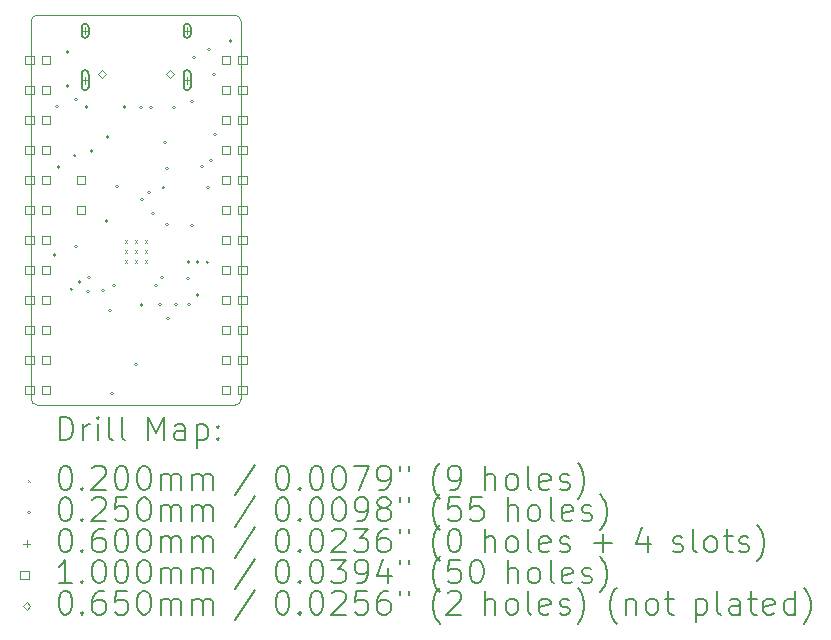
<source format=gbr>
%FSLAX45Y45*%
G04 Gerber Fmt 4.5, Leading zero omitted, Abs format (unit mm)*
G04 Created by KiCad (PCBNEW (6.99.0-1912-g359c99991b)) date 2023-05-12 11:08:51*
%MOMM*%
%LPD*%
G01*
G04 APERTURE LIST*
%TA.AperFunction,Profile*%
%ADD10C,0.100000*%
%TD*%
%ADD11C,0.200000*%
%ADD12C,0.020000*%
%ADD13C,0.025000*%
%ADD14C,0.060000*%
%ADD15C,0.100000*%
%ADD16C,0.065000*%
G04 APERTURE END LIST*
D10*
X0Y-50000D02*
X0Y-3250000D01*
X1778000Y-50000D02*
G75*
G03*
X1728000Y0I-50000J0D01*
G01*
X0Y-3250000D02*
G75*
G03*
X50000Y-3300000I50000J0D01*
G01*
X50000Y0D02*
G75*
G03*
X0Y-50000I0J-50000D01*
G01*
X1778000Y-50000D02*
X1778000Y-3250000D01*
X50000Y0D02*
X1728000Y0D01*
X50000Y-3300000D02*
X1728000Y-3300000D01*
X1728000Y-3300000D02*
G75*
G03*
X1778000Y-3250000I0J50000D01*
G01*
D11*
D12*
X794000Y-1905000D02*
X814000Y-1925000D01*
X814000Y-1905000D02*
X794000Y-1925000D01*
X794000Y-1990000D02*
X814000Y-2010000D01*
X814000Y-1990000D02*
X794000Y-2010000D01*
X794000Y-2075000D02*
X814000Y-2095000D01*
X814000Y-2075000D02*
X794000Y-2095000D01*
X879000Y-1905000D02*
X899000Y-1925000D01*
X899000Y-1905000D02*
X879000Y-1925000D01*
X879000Y-1990000D02*
X899000Y-2010000D01*
X899000Y-1990000D02*
X879000Y-2010000D01*
X879000Y-2075000D02*
X899000Y-2095000D01*
X899000Y-2075000D02*
X879000Y-2095000D01*
X964000Y-1905000D02*
X984000Y-1925000D01*
X984000Y-1905000D02*
X964000Y-1925000D01*
X964000Y-1990000D02*
X984000Y-2010000D01*
X984000Y-1990000D02*
X964000Y-2010000D01*
X964000Y-2075000D02*
X984000Y-2095000D01*
X984000Y-2075000D02*
X964000Y-2095000D01*
D13*
X207500Y-2030000D02*
G75*
G03*
X207500Y-2030000I-12500J0D01*
G01*
X232500Y-770000D02*
G75*
G03*
X232500Y-770000I-12500J0D01*
G01*
X242500Y-1285000D02*
G75*
G03*
X242500Y-1285000I-12500J0D01*
G01*
X322500Y-310000D02*
G75*
G03*
X322500Y-310000I-12500J0D01*
G01*
X322500Y-600000D02*
G75*
G03*
X322500Y-600000I-12500J0D01*
G01*
X352500Y-2320000D02*
G75*
G03*
X352500Y-2320000I-12500J0D01*
G01*
X382500Y-1190000D02*
G75*
G03*
X382500Y-1190000I-12500J0D01*
G01*
X392500Y-710000D02*
G75*
G03*
X392500Y-710000I-12500J0D01*
G01*
X392500Y-1955000D02*
G75*
G03*
X392500Y-1955000I-12500J0D01*
G01*
X422500Y-2260000D02*
G75*
G03*
X422500Y-2260000I-12500J0D01*
G01*
X482500Y-780000D02*
G75*
G03*
X482500Y-780000I-12500J0D01*
G01*
X492500Y-2340000D02*
G75*
G03*
X492500Y-2340000I-12500J0D01*
G01*
X502500Y-2220000D02*
G75*
G03*
X502500Y-2220000I-12500J0D01*
G01*
X522500Y-1150000D02*
G75*
G03*
X522500Y-1150000I-12500J0D01*
G01*
X622500Y-2330000D02*
G75*
G03*
X622500Y-2330000I-12500J0D01*
G01*
X652500Y-1740000D02*
G75*
G03*
X652500Y-1740000I-12500J0D01*
G01*
X662500Y-1030000D02*
G75*
G03*
X662500Y-1030000I-12500J0D01*
G01*
X682500Y-2500000D02*
G75*
G03*
X682500Y-2500000I-12500J0D01*
G01*
X697500Y-3200000D02*
G75*
G03*
X697500Y-3200000I-12500J0D01*
G01*
X712500Y-2290000D02*
G75*
G03*
X712500Y-2290000I-12500J0D01*
G01*
X742500Y-1450000D02*
G75*
G03*
X742500Y-1450000I-12500J0D01*
G01*
X802500Y-780000D02*
G75*
G03*
X802500Y-780000I-12500J0D01*
G01*
X901500Y-2960000D02*
G75*
G03*
X901500Y-2960000I-12500J0D01*
G01*
X942500Y-780000D02*
G75*
G03*
X942500Y-780000I-12500J0D01*
G01*
X947500Y-2455000D02*
G75*
G03*
X947500Y-2455000I-12500J0D01*
G01*
X952500Y-1560000D02*
G75*
G03*
X952500Y-1560000I-12500J0D01*
G01*
X1012500Y-1500000D02*
G75*
G03*
X1012500Y-1500000I-12500J0D01*
G01*
X1026500Y-780000D02*
G75*
G03*
X1026500Y-780000I-12500J0D01*
G01*
X1042500Y-1680000D02*
G75*
G03*
X1042500Y-1680000I-12500J0D01*
G01*
X1072500Y-2290000D02*
G75*
G03*
X1072500Y-2290000I-12500J0D01*
G01*
X1102500Y-2450000D02*
G75*
G03*
X1102500Y-2450000I-12500J0D01*
G01*
X1122500Y-2220000D02*
G75*
G03*
X1122500Y-2220000I-12500J0D01*
G01*
X1132500Y-1460000D02*
G75*
G03*
X1132500Y-1460000I-12500J0D01*
G01*
X1146500Y-1080000D02*
G75*
G03*
X1146500Y-1080000I-12500J0D01*
G01*
X1162500Y-1295000D02*
G75*
G03*
X1162500Y-1295000I-12500J0D01*
G01*
X1162500Y-1770000D02*
G75*
G03*
X1162500Y-1770000I-12500J0D01*
G01*
X1172500Y-2570000D02*
G75*
G03*
X1172500Y-2570000I-12500J0D01*
G01*
X1222500Y-780000D02*
G75*
G03*
X1222500Y-780000I-12500J0D01*
G01*
X1242500Y-2450000D02*
G75*
G03*
X1242500Y-2450000I-12500J0D01*
G01*
X1342500Y-2090000D02*
G75*
G03*
X1342500Y-2090000I-12500J0D01*
G01*
X1342500Y-2230000D02*
G75*
G03*
X1342500Y-2230000I-12500J0D01*
G01*
X1352500Y-2450000D02*
G75*
G03*
X1352500Y-2450000I-12500J0D01*
G01*
X1372500Y-730000D02*
G75*
G03*
X1372500Y-730000I-12500J0D01*
G01*
X1372500Y-1780000D02*
G75*
G03*
X1372500Y-1780000I-12500J0D01*
G01*
X1392500Y-360000D02*
G75*
G03*
X1392500Y-360000I-12500J0D01*
G01*
X1422500Y-2090000D02*
G75*
G03*
X1422500Y-2090000I-12500J0D01*
G01*
X1422500Y-2370000D02*
G75*
G03*
X1422500Y-2370000I-12500J0D01*
G01*
X1462500Y-1280000D02*
G75*
G03*
X1462500Y-1280000I-12500J0D01*
G01*
X1502500Y-2090000D02*
G75*
G03*
X1502500Y-2090000I-12500J0D01*
G01*
X1512500Y-1460000D02*
G75*
G03*
X1512500Y-1460000I-12500J0D01*
G01*
X1522500Y-290000D02*
G75*
G03*
X1522500Y-290000I-12500J0D01*
G01*
X1532500Y-1230000D02*
G75*
G03*
X1532500Y-1230000I-12500J0D01*
G01*
X1562500Y-500000D02*
G75*
G03*
X1562500Y-500000I-12500J0D01*
G01*
X1572500Y-1010000D02*
G75*
G03*
X1572500Y-1010000I-12500J0D01*
G01*
X1702500Y-220000D02*
G75*
G03*
X1702500Y-220000I-12500J0D01*
G01*
D14*
X457000Y-103000D02*
X457000Y-163000D01*
X427000Y-133000D02*
X487000Y-133000D01*
D11*
X487000Y-163000D02*
X487000Y-103000D01*
X487000Y-103000D02*
G75*
G03*
X427000Y-103000I-30000J0D01*
G01*
X427000Y-103000D02*
X427000Y-163000D01*
X427000Y-163000D02*
G75*
G03*
X487000Y-163000I30000J0D01*
G01*
D14*
X457000Y-521000D02*
X457000Y-581000D01*
X427000Y-551000D02*
X487000Y-551000D01*
D11*
X487000Y-606000D02*
X487000Y-496000D01*
X487000Y-496000D02*
G75*
G03*
X427000Y-496000I-30000J0D01*
G01*
X427000Y-496000D02*
X427000Y-606000D01*
X427000Y-606000D02*
G75*
G03*
X487000Y-606000I30000J0D01*
G01*
D14*
X1321000Y-103000D02*
X1321000Y-163000D01*
X1291000Y-133000D02*
X1351000Y-133000D01*
D11*
X1351000Y-163000D02*
X1351000Y-103000D01*
X1351000Y-103000D02*
G75*
G03*
X1291000Y-103000I-30000J0D01*
G01*
X1291000Y-103000D02*
X1291000Y-163000D01*
X1291000Y-163000D02*
G75*
G03*
X1351000Y-163000I30000J0D01*
G01*
D14*
X1321000Y-521000D02*
X1321000Y-581000D01*
X1291000Y-551000D02*
X1351000Y-551000D01*
D11*
X1351000Y-606000D02*
X1351000Y-496000D01*
X1351000Y-496000D02*
G75*
G03*
X1291000Y-496000I-30000J0D01*
G01*
X1291000Y-496000D02*
X1291000Y-606000D01*
X1291000Y-606000D02*
G75*
G03*
X1351000Y-606000I30000J0D01*
G01*
D15*
X22356Y-415356D02*
X22356Y-344644D01*
X-48356Y-344644D01*
X-48356Y-415356D01*
X22356Y-415356D01*
X22356Y-669356D02*
X22356Y-598644D01*
X-48356Y-598644D01*
X-48356Y-669356D01*
X22356Y-669356D01*
X22356Y-923356D02*
X22356Y-852644D01*
X-48356Y-852644D01*
X-48356Y-923356D01*
X22356Y-923356D01*
X22356Y-1177356D02*
X22356Y-1106644D01*
X-48356Y-1106644D01*
X-48356Y-1177356D01*
X22356Y-1177356D01*
X22356Y-1431356D02*
X22356Y-1360644D01*
X-48356Y-1360644D01*
X-48356Y-1431356D01*
X22356Y-1431356D01*
X22356Y-1685356D02*
X22356Y-1614644D01*
X-48356Y-1614644D01*
X-48356Y-1685356D01*
X22356Y-1685356D01*
X22356Y-1939356D02*
X22356Y-1868644D01*
X-48356Y-1868644D01*
X-48356Y-1939356D01*
X22356Y-1939356D01*
X22356Y-2193356D02*
X22356Y-2122644D01*
X-48356Y-2122644D01*
X-48356Y-2193356D01*
X22356Y-2193356D01*
X22356Y-2447356D02*
X22356Y-2376644D01*
X-48356Y-2376644D01*
X-48356Y-2447356D01*
X22356Y-2447356D01*
X22356Y-2701356D02*
X22356Y-2630644D01*
X-48356Y-2630644D01*
X-48356Y-2701356D01*
X22356Y-2701356D01*
X22356Y-2955356D02*
X22356Y-2884644D01*
X-48356Y-2884644D01*
X-48356Y-2955356D01*
X22356Y-2955356D01*
X22356Y-3209356D02*
X22356Y-3138644D01*
X-48356Y-3138644D01*
X-48356Y-3209356D01*
X22356Y-3209356D01*
X162356Y-415356D02*
X162356Y-344644D01*
X91644Y-344644D01*
X91644Y-415356D01*
X162356Y-415356D01*
X162356Y-669356D02*
X162356Y-598644D01*
X91644Y-598644D01*
X91644Y-669356D01*
X162356Y-669356D01*
X162356Y-923356D02*
X162356Y-852644D01*
X91644Y-852644D01*
X91644Y-923356D01*
X162356Y-923356D01*
X162356Y-1177356D02*
X162356Y-1106644D01*
X91644Y-1106644D01*
X91644Y-1177356D01*
X162356Y-1177356D01*
X162356Y-1431356D02*
X162356Y-1360644D01*
X91644Y-1360644D01*
X91644Y-1431356D01*
X162356Y-1431356D01*
X162356Y-1685356D02*
X162356Y-1614644D01*
X91644Y-1614644D01*
X91644Y-1685356D01*
X162356Y-1685356D01*
X162356Y-1939356D02*
X162356Y-1868644D01*
X91644Y-1868644D01*
X91644Y-1939356D01*
X162356Y-1939356D01*
X162356Y-2193356D02*
X162356Y-2122644D01*
X91644Y-2122644D01*
X91644Y-2193356D01*
X162356Y-2193356D01*
X162356Y-2447356D02*
X162356Y-2376644D01*
X91644Y-2376644D01*
X91644Y-2447356D01*
X162356Y-2447356D01*
X162356Y-2701356D02*
X162356Y-2630644D01*
X91644Y-2630644D01*
X91644Y-2701356D01*
X162356Y-2701356D01*
X162356Y-2955356D02*
X162356Y-2884644D01*
X91644Y-2884644D01*
X91644Y-2955356D01*
X162356Y-2955356D01*
X162356Y-3209356D02*
X162356Y-3138644D01*
X91644Y-3138644D01*
X91644Y-3209356D01*
X162356Y-3209356D01*
X455356Y-1431356D02*
X455356Y-1360644D01*
X384644Y-1360644D01*
X384644Y-1431356D01*
X455356Y-1431356D01*
X455356Y-1685356D02*
X455356Y-1614644D01*
X384644Y-1614644D01*
X384644Y-1685356D01*
X455356Y-1685356D01*
X1686356Y-415356D02*
X1686356Y-344644D01*
X1615644Y-344644D01*
X1615644Y-415356D01*
X1686356Y-415356D01*
X1686356Y-669356D02*
X1686356Y-598644D01*
X1615644Y-598644D01*
X1615644Y-669356D01*
X1686356Y-669356D01*
X1686356Y-923356D02*
X1686356Y-852644D01*
X1615644Y-852644D01*
X1615644Y-923356D01*
X1686356Y-923356D01*
X1686356Y-1177356D02*
X1686356Y-1106644D01*
X1615644Y-1106644D01*
X1615644Y-1177356D01*
X1686356Y-1177356D01*
X1686356Y-1431356D02*
X1686356Y-1360644D01*
X1615644Y-1360644D01*
X1615644Y-1431356D01*
X1686356Y-1431356D01*
X1686356Y-1685356D02*
X1686356Y-1614644D01*
X1615644Y-1614644D01*
X1615644Y-1685356D01*
X1686356Y-1685356D01*
X1686356Y-1939356D02*
X1686356Y-1868644D01*
X1615644Y-1868644D01*
X1615644Y-1939356D01*
X1686356Y-1939356D01*
X1686356Y-2193356D02*
X1686356Y-2122644D01*
X1615644Y-2122644D01*
X1615644Y-2193356D01*
X1686356Y-2193356D01*
X1686356Y-2447356D02*
X1686356Y-2376644D01*
X1615644Y-2376644D01*
X1615644Y-2447356D01*
X1686356Y-2447356D01*
X1686356Y-2701356D02*
X1686356Y-2630644D01*
X1615644Y-2630644D01*
X1615644Y-2701356D01*
X1686356Y-2701356D01*
X1686356Y-2955356D02*
X1686356Y-2884644D01*
X1615644Y-2884644D01*
X1615644Y-2955356D01*
X1686356Y-2955356D01*
X1686356Y-3209356D02*
X1686356Y-3138644D01*
X1615644Y-3138644D01*
X1615644Y-3209356D01*
X1686356Y-3209356D01*
X1826356Y-415356D02*
X1826356Y-344644D01*
X1755644Y-344644D01*
X1755644Y-415356D01*
X1826356Y-415356D01*
X1826356Y-669356D02*
X1826356Y-598644D01*
X1755644Y-598644D01*
X1755644Y-669356D01*
X1826356Y-669356D01*
X1826356Y-923356D02*
X1826356Y-852644D01*
X1755644Y-852644D01*
X1755644Y-923356D01*
X1826356Y-923356D01*
X1826356Y-1177356D02*
X1826356Y-1106644D01*
X1755644Y-1106644D01*
X1755644Y-1177356D01*
X1826356Y-1177356D01*
X1826356Y-1431356D02*
X1826356Y-1360644D01*
X1755644Y-1360644D01*
X1755644Y-1431356D01*
X1826356Y-1431356D01*
X1826356Y-1685356D02*
X1826356Y-1614644D01*
X1755644Y-1614644D01*
X1755644Y-1685356D01*
X1826356Y-1685356D01*
X1826356Y-1939356D02*
X1826356Y-1868644D01*
X1755644Y-1868644D01*
X1755644Y-1939356D01*
X1826356Y-1939356D01*
X1826356Y-2193356D02*
X1826356Y-2122644D01*
X1755644Y-2122644D01*
X1755644Y-2193356D01*
X1826356Y-2193356D01*
X1826356Y-2447356D02*
X1826356Y-2376644D01*
X1755644Y-2376644D01*
X1755644Y-2447356D01*
X1826356Y-2447356D01*
X1826356Y-2701356D02*
X1826356Y-2630644D01*
X1755644Y-2630644D01*
X1755644Y-2701356D01*
X1826356Y-2701356D01*
X1826356Y-2955356D02*
X1826356Y-2884644D01*
X1755644Y-2884644D01*
X1755644Y-2955356D01*
X1826356Y-2955356D01*
X1826356Y-3209356D02*
X1826356Y-3138644D01*
X1755644Y-3138644D01*
X1755644Y-3209356D01*
X1826356Y-3209356D01*
D16*
X600000Y-530500D02*
X632500Y-498000D01*
X600000Y-465500D01*
X567500Y-498000D01*
X600000Y-530500D01*
X1178000Y-530500D02*
X1210500Y-498000D01*
X1178000Y-465500D01*
X1145500Y-498000D01*
X1178000Y-530500D01*
D11*
X242619Y-3598476D02*
X242619Y-3398476D01*
X242619Y-3398476D02*
X290238Y-3398476D01*
X290238Y-3398476D02*
X318810Y-3408000D01*
X318810Y-3408000D02*
X337857Y-3427048D01*
X337857Y-3427048D02*
X347381Y-3446095D01*
X347381Y-3446095D02*
X356905Y-3484190D01*
X356905Y-3484190D02*
X356905Y-3512762D01*
X356905Y-3512762D02*
X347381Y-3550857D01*
X347381Y-3550857D02*
X337857Y-3569905D01*
X337857Y-3569905D02*
X318810Y-3588952D01*
X318810Y-3588952D02*
X290238Y-3598476D01*
X290238Y-3598476D02*
X242619Y-3598476D01*
X442619Y-3598476D02*
X442619Y-3465143D01*
X442619Y-3503238D02*
X452143Y-3484190D01*
X452143Y-3484190D02*
X461667Y-3474667D01*
X461667Y-3474667D02*
X480714Y-3465143D01*
X480714Y-3465143D02*
X499762Y-3465143D01*
X566429Y-3598476D02*
X566429Y-3465143D01*
X566429Y-3398476D02*
X556905Y-3408000D01*
X556905Y-3408000D02*
X566429Y-3417524D01*
X566429Y-3417524D02*
X575952Y-3408000D01*
X575952Y-3408000D02*
X566429Y-3398476D01*
X566429Y-3398476D02*
X566429Y-3417524D01*
X690238Y-3598476D02*
X671190Y-3588952D01*
X671190Y-3588952D02*
X661667Y-3569905D01*
X661667Y-3569905D02*
X661667Y-3398476D01*
X795000Y-3598476D02*
X775952Y-3588952D01*
X775952Y-3588952D02*
X766428Y-3569905D01*
X766428Y-3569905D02*
X766428Y-3398476D01*
X991190Y-3598476D02*
X991190Y-3398476D01*
X991190Y-3398476D02*
X1057857Y-3541333D01*
X1057857Y-3541333D02*
X1124524Y-3398476D01*
X1124524Y-3398476D02*
X1124524Y-3598476D01*
X1305476Y-3598476D02*
X1305476Y-3493714D01*
X1305476Y-3493714D02*
X1295952Y-3474667D01*
X1295952Y-3474667D02*
X1276905Y-3465143D01*
X1276905Y-3465143D02*
X1238809Y-3465143D01*
X1238809Y-3465143D02*
X1219762Y-3474667D01*
X1305476Y-3588952D02*
X1286429Y-3598476D01*
X1286429Y-3598476D02*
X1238809Y-3598476D01*
X1238809Y-3598476D02*
X1219762Y-3588952D01*
X1219762Y-3588952D02*
X1210238Y-3569905D01*
X1210238Y-3569905D02*
X1210238Y-3550857D01*
X1210238Y-3550857D02*
X1219762Y-3531809D01*
X1219762Y-3531809D02*
X1238809Y-3522286D01*
X1238809Y-3522286D02*
X1286429Y-3522286D01*
X1286429Y-3522286D02*
X1305476Y-3512762D01*
X1400714Y-3465143D02*
X1400714Y-3665143D01*
X1400714Y-3474667D02*
X1419762Y-3465143D01*
X1419762Y-3465143D02*
X1457857Y-3465143D01*
X1457857Y-3465143D02*
X1476905Y-3474667D01*
X1476905Y-3474667D02*
X1486428Y-3484190D01*
X1486428Y-3484190D02*
X1495952Y-3503238D01*
X1495952Y-3503238D02*
X1495952Y-3560381D01*
X1495952Y-3560381D02*
X1486428Y-3579428D01*
X1486428Y-3579428D02*
X1476905Y-3588952D01*
X1476905Y-3588952D02*
X1457857Y-3598476D01*
X1457857Y-3598476D02*
X1419762Y-3598476D01*
X1419762Y-3598476D02*
X1400714Y-3588952D01*
X1581667Y-3579428D02*
X1591190Y-3588952D01*
X1591190Y-3588952D02*
X1581667Y-3598476D01*
X1581667Y-3598476D02*
X1572143Y-3588952D01*
X1572143Y-3588952D02*
X1581667Y-3579428D01*
X1581667Y-3579428D02*
X1581667Y-3598476D01*
X1581667Y-3474667D02*
X1591190Y-3484190D01*
X1591190Y-3484190D02*
X1581667Y-3493714D01*
X1581667Y-3493714D02*
X1572143Y-3484190D01*
X1572143Y-3484190D02*
X1581667Y-3474667D01*
X1581667Y-3474667D02*
X1581667Y-3493714D01*
D12*
X-25000Y-3935000D02*
X-5000Y-3955000D01*
X-5000Y-3935000D02*
X-25000Y-3955000D01*
D11*
X280714Y-3818476D02*
X299762Y-3818476D01*
X299762Y-3818476D02*
X318810Y-3828000D01*
X318810Y-3828000D02*
X328333Y-3837524D01*
X328333Y-3837524D02*
X337857Y-3856571D01*
X337857Y-3856571D02*
X347381Y-3894667D01*
X347381Y-3894667D02*
X347381Y-3942286D01*
X347381Y-3942286D02*
X337857Y-3980381D01*
X337857Y-3980381D02*
X328333Y-3999428D01*
X328333Y-3999428D02*
X318810Y-4008952D01*
X318810Y-4008952D02*
X299762Y-4018476D01*
X299762Y-4018476D02*
X280714Y-4018476D01*
X280714Y-4018476D02*
X261667Y-4008952D01*
X261667Y-4008952D02*
X252143Y-3999428D01*
X252143Y-3999428D02*
X242619Y-3980381D01*
X242619Y-3980381D02*
X233095Y-3942286D01*
X233095Y-3942286D02*
X233095Y-3894667D01*
X233095Y-3894667D02*
X242619Y-3856571D01*
X242619Y-3856571D02*
X252143Y-3837524D01*
X252143Y-3837524D02*
X261667Y-3828000D01*
X261667Y-3828000D02*
X280714Y-3818476D01*
X433095Y-3999428D02*
X442619Y-4008952D01*
X442619Y-4008952D02*
X433095Y-4018476D01*
X433095Y-4018476D02*
X423571Y-4008952D01*
X423571Y-4008952D02*
X433095Y-3999428D01*
X433095Y-3999428D02*
X433095Y-4018476D01*
X518809Y-3837524D02*
X528333Y-3828000D01*
X528333Y-3828000D02*
X547381Y-3818476D01*
X547381Y-3818476D02*
X595000Y-3818476D01*
X595000Y-3818476D02*
X614048Y-3828000D01*
X614048Y-3828000D02*
X623571Y-3837524D01*
X623571Y-3837524D02*
X633095Y-3856571D01*
X633095Y-3856571D02*
X633095Y-3875619D01*
X633095Y-3875619D02*
X623571Y-3904190D01*
X623571Y-3904190D02*
X509286Y-4018476D01*
X509286Y-4018476D02*
X633095Y-4018476D01*
X756905Y-3818476D02*
X775952Y-3818476D01*
X775952Y-3818476D02*
X795000Y-3828000D01*
X795000Y-3828000D02*
X804524Y-3837524D01*
X804524Y-3837524D02*
X814048Y-3856571D01*
X814048Y-3856571D02*
X823571Y-3894667D01*
X823571Y-3894667D02*
X823571Y-3942286D01*
X823571Y-3942286D02*
X814048Y-3980381D01*
X814048Y-3980381D02*
X804524Y-3999428D01*
X804524Y-3999428D02*
X795000Y-4008952D01*
X795000Y-4008952D02*
X775952Y-4018476D01*
X775952Y-4018476D02*
X756905Y-4018476D01*
X756905Y-4018476D02*
X737857Y-4008952D01*
X737857Y-4008952D02*
X728333Y-3999428D01*
X728333Y-3999428D02*
X718809Y-3980381D01*
X718809Y-3980381D02*
X709286Y-3942286D01*
X709286Y-3942286D02*
X709286Y-3894667D01*
X709286Y-3894667D02*
X718809Y-3856571D01*
X718809Y-3856571D02*
X728333Y-3837524D01*
X728333Y-3837524D02*
X737857Y-3828000D01*
X737857Y-3828000D02*
X756905Y-3818476D01*
X947381Y-3818476D02*
X966429Y-3818476D01*
X966429Y-3818476D02*
X985476Y-3828000D01*
X985476Y-3828000D02*
X995000Y-3837524D01*
X995000Y-3837524D02*
X1004524Y-3856571D01*
X1004524Y-3856571D02*
X1014048Y-3894667D01*
X1014048Y-3894667D02*
X1014048Y-3942286D01*
X1014048Y-3942286D02*
X1004524Y-3980381D01*
X1004524Y-3980381D02*
X995000Y-3999428D01*
X995000Y-3999428D02*
X985476Y-4008952D01*
X985476Y-4008952D02*
X966429Y-4018476D01*
X966429Y-4018476D02*
X947381Y-4018476D01*
X947381Y-4018476D02*
X928333Y-4008952D01*
X928333Y-4008952D02*
X918809Y-3999428D01*
X918809Y-3999428D02*
X909286Y-3980381D01*
X909286Y-3980381D02*
X899762Y-3942286D01*
X899762Y-3942286D02*
X899762Y-3894667D01*
X899762Y-3894667D02*
X909286Y-3856571D01*
X909286Y-3856571D02*
X918809Y-3837524D01*
X918809Y-3837524D02*
X928333Y-3828000D01*
X928333Y-3828000D02*
X947381Y-3818476D01*
X1099762Y-4018476D02*
X1099762Y-3885143D01*
X1099762Y-3904190D02*
X1109286Y-3894667D01*
X1109286Y-3894667D02*
X1128333Y-3885143D01*
X1128333Y-3885143D02*
X1156905Y-3885143D01*
X1156905Y-3885143D02*
X1175952Y-3894667D01*
X1175952Y-3894667D02*
X1185476Y-3913714D01*
X1185476Y-3913714D02*
X1185476Y-4018476D01*
X1185476Y-3913714D02*
X1195000Y-3894667D01*
X1195000Y-3894667D02*
X1214048Y-3885143D01*
X1214048Y-3885143D02*
X1242619Y-3885143D01*
X1242619Y-3885143D02*
X1261667Y-3894667D01*
X1261667Y-3894667D02*
X1271191Y-3913714D01*
X1271191Y-3913714D02*
X1271191Y-4018476D01*
X1366429Y-4018476D02*
X1366429Y-3885143D01*
X1366429Y-3904190D02*
X1375952Y-3894667D01*
X1375952Y-3894667D02*
X1395000Y-3885143D01*
X1395000Y-3885143D02*
X1423571Y-3885143D01*
X1423571Y-3885143D02*
X1442619Y-3894667D01*
X1442619Y-3894667D02*
X1452143Y-3913714D01*
X1452143Y-3913714D02*
X1452143Y-4018476D01*
X1452143Y-3913714D02*
X1461667Y-3894667D01*
X1461667Y-3894667D02*
X1480714Y-3885143D01*
X1480714Y-3885143D02*
X1509286Y-3885143D01*
X1509286Y-3885143D02*
X1528333Y-3894667D01*
X1528333Y-3894667D02*
X1537857Y-3913714D01*
X1537857Y-3913714D02*
X1537857Y-4018476D01*
X1895952Y-3808952D02*
X1724524Y-4066095D01*
X2120714Y-3818476D02*
X2139762Y-3818476D01*
X2139762Y-3818476D02*
X2158810Y-3828000D01*
X2158810Y-3828000D02*
X2168333Y-3837524D01*
X2168333Y-3837524D02*
X2177857Y-3856571D01*
X2177857Y-3856571D02*
X2187381Y-3894667D01*
X2187381Y-3894667D02*
X2187381Y-3942286D01*
X2187381Y-3942286D02*
X2177857Y-3980381D01*
X2177857Y-3980381D02*
X2168333Y-3999428D01*
X2168333Y-3999428D02*
X2158810Y-4008952D01*
X2158810Y-4008952D02*
X2139762Y-4018476D01*
X2139762Y-4018476D02*
X2120714Y-4018476D01*
X2120714Y-4018476D02*
X2101667Y-4008952D01*
X2101667Y-4008952D02*
X2092143Y-3999428D01*
X2092143Y-3999428D02*
X2082619Y-3980381D01*
X2082619Y-3980381D02*
X2073095Y-3942286D01*
X2073095Y-3942286D02*
X2073095Y-3894667D01*
X2073095Y-3894667D02*
X2082619Y-3856571D01*
X2082619Y-3856571D02*
X2092143Y-3837524D01*
X2092143Y-3837524D02*
X2101667Y-3828000D01*
X2101667Y-3828000D02*
X2120714Y-3818476D01*
X2273095Y-3999428D02*
X2282619Y-4008952D01*
X2282619Y-4008952D02*
X2273095Y-4018476D01*
X2273095Y-4018476D02*
X2263572Y-4008952D01*
X2263572Y-4008952D02*
X2273095Y-3999428D01*
X2273095Y-3999428D02*
X2273095Y-4018476D01*
X2406429Y-3818476D02*
X2425476Y-3818476D01*
X2425476Y-3818476D02*
X2444524Y-3828000D01*
X2444524Y-3828000D02*
X2454048Y-3837524D01*
X2454048Y-3837524D02*
X2463572Y-3856571D01*
X2463572Y-3856571D02*
X2473095Y-3894667D01*
X2473095Y-3894667D02*
X2473095Y-3942286D01*
X2473095Y-3942286D02*
X2463572Y-3980381D01*
X2463572Y-3980381D02*
X2454048Y-3999428D01*
X2454048Y-3999428D02*
X2444524Y-4008952D01*
X2444524Y-4008952D02*
X2425476Y-4018476D01*
X2425476Y-4018476D02*
X2406429Y-4018476D01*
X2406429Y-4018476D02*
X2387381Y-4008952D01*
X2387381Y-4008952D02*
X2377857Y-3999428D01*
X2377857Y-3999428D02*
X2368333Y-3980381D01*
X2368333Y-3980381D02*
X2358810Y-3942286D01*
X2358810Y-3942286D02*
X2358810Y-3894667D01*
X2358810Y-3894667D02*
X2368333Y-3856571D01*
X2368333Y-3856571D02*
X2377857Y-3837524D01*
X2377857Y-3837524D02*
X2387381Y-3828000D01*
X2387381Y-3828000D02*
X2406429Y-3818476D01*
X2596905Y-3818476D02*
X2615953Y-3818476D01*
X2615953Y-3818476D02*
X2635000Y-3828000D01*
X2635000Y-3828000D02*
X2644524Y-3837524D01*
X2644524Y-3837524D02*
X2654048Y-3856571D01*
X2654048Y-3856571D02*
X2663572Y-3894667D01*
X2663572Y-3894667D02*
X2663572Y-3942286D01*
X2663572Y-3942286D02*
X2654048Y-3980381D01*
X2654048Y-3980381D02*
X2644524Y-3999428D01*
X2644524Y-3999428D02*
X2635000Y-4008952D01*
X2635000Y-4008952D02*
X2615953Y-4018476D01*
X2615953Y-4018476D02*
X2596905Y-4018476D01*
X2596905Y-4018476D02*
X2577857Y-4008952D01*
X2577857Y-4008952D02*
X2568333Y-3999428D01*
X2568333Y-3999428D02*
X2558810Y-3980381D01*
X2558810Y-3980381D02*
X2549286Y-3942286D01*
X2549286Y-3942286D02*
X2549286Y-3894667D01*
X2549286Y-3894667D02*
X2558810Y-3856571D01*
X2558810Y-3856571D02*
X2568333Y-3837524D01*
X2568333Y-3837524D02*
X2577857Y-3828000D01*
X2577857Y-3828000D02*
X2596905Y-3818476D01*
X2730238Y-3818476D02*
X2863571Y-3818476D01*
X2863571Y-3818476D02*
X2777857Y-4018476D01*
X2949286Y-4018476D02*
X2987381Y-4018476D01*
X2987381Y-4018476D02*
X3006429Y-4008952D01*
X3006429Y-4008952D02*
X3015952Y-3999428D01*
X3015952Y-3999428D02*
X3035000Y-3970857D01*
X3035000Y-3970857D02*
X3044524Y-3932762D01*
X3044524Y-3932762D02*
X3044524Y-3856571D01*
X3044524Y-3856571D02*
X3035000Y-3837524D01*
X3035000Y-3837524D02*
X3025476Y-3828000D01*
X3025476Y-3828000D02*
X3006429Y-3818476D01*
X3006429Y-3818476D02*
X2968333Y-3818476D01*
X2968333Y-3818476D02*
X2949286Y-3828000D01*
X2949286Y-3828000D02*
X2939762Y-3837524D01*
X2939762Y-3837524D02*
X2930238Y-3856571D01*
X2930238Y-3856571D02*
X2930238Y-3904190D01*
X2930238Y-3904190D02*
X2939762Y-3923238D01*
X2939762Y-3923238D02*
X2949286Y-3932762D01*
X2949286Y-3932762D02*
X2968333Y-3942286D01*
X2968333Y-3942286D02*
X3006429Y-3942286D01*
X3006429Y-3942286D02*
X3025476Y-3932762D01*
X3025476Y-3932762D02*
X3035000Y-3923238D01*
X3035000Y-3923238D02*
X3044524Y-3904190D01*
X3120714Y-3818476D02*
X3120714Y-3856571D01*
X3196905Y-3818476D02*
X3196905Y-3856571D01*
X3459762Y-4094667D02*
X3450238Y-4085143D01*
X3450238Y-4085143D02*
X3431191Y-4056571D01*
X3431191Y-4056571D02*
X3421667Y-4037524D01*
X3421667Y-4037524D02*
X3412143Y-4008952D01*
X3412143Y-4008952D02*
X3402619Y-3961333D01*
X3402619Y-3961333D02*
X3402619Y-3923238D01*
X3402619Y-3923238D02*
X3412143Y-3875619D01*
X3412143Y-3875619D02*
X3421667Y-3847048D01*
X3421667Y-3847048D02*
X3431191Y-3828000D01*
X3431191Y-3828000D02*
X3450238Y-3799428D01*
X3450238Y-3799428D02*
X3459762Y-3789905D01*
X3545476Y-4018476D02*
X3583571Y-4018476D01*
X3583571Y-4018476D02*
X3602619Y-4008952D01*
X3602619Y-4008952D02*
X3612143Y-3999428D01*
X3612143Y-3999428D02*
X3631191Y-3970857D01*
X3631191Y-3970857D02*
X3640714Y-3932762D01*
X3640714Y-3932762D02*
X3640714Y-3856571D01*
X3640714Y-3856571D02*
X3631191Y-3837524D01*
X3631191Y-3837524D02*
X3621667Y-3828000D01*
X3621667Y-3828000D02*
X3602619Y-3818476D01*
X3602619Y-3818476D02*
X3564524Y-3818476D01*
X3564524Y-3818476D02*
X3545476Y-3828000D01*
X3545476Y-3828000D02*
X3535952Y-3837524D01*
X3535952Y-3837524D02*
X3526429Y-3856571D01*
X3526429Y-3856571D02*
X3526429Y-3904190D01*
X3526429Y-3904190D02*
X3535952Y-3923238D01*
X3535952Y-3923238D02*
X3545476Y-3932762D01*
X3545476Y-3932762D02*
X3564524Y-3942286D01*
X3564524Y-3942286D02*
X3602619Y-3942286D01*
X3602619Y-3942286D02*
X3621667Y-3932762D01*
X3621667Y-3932762D02*
X3631191Y-3923238D01*
X3631191Y-3923238D02*
X3640714Y-3904190D01*
X3846429Y-4018476D02*
X3846429Y-3818476D01*
X3932143Y-4018476D02*
X3932143Y-3913714D01*
X3932143Y-3913714D02*
X3922619Y-3894667D01*
X3922619Y-3894667D02*
X3903572Y-3885143D01*
X3903572Y-3885143D02*
X3875000Y-3885143D01*
X3875000Y-3885143D02*
X3855952Y-3894667D01*
X3855952Y-3894667D02*
X3846429Y-3904190D01*
X4055952Y-4018476D02*
X4036905Y-4008952D01*
X4036905Y-4008952D02*
X4027381Y-3999428D01*
X4027381Y-3999428D02*
X4017857Y-3980381D01*
X4017857Y-3980381D02*
X4017857Y-3923238D01*
X4017857Y-3923238D02*
X4027381Y-3904190D01*
X4027381Y-3904190D02*
X4036905Y-3894667D01*
X4036905Y-3894667D02*
X4055952Y-3885143D01*
X4055952Y-3885143D02*
X4084524Y-3885143D01*
X4084524Y-3885143D02*
X4103572Y-3894667D01*
X4103572Y-3894667D02*
X4113095Y-3904190D01*
X4113095Y-3904190D02*
X4122619Y-3923238D01*
X4122619Y-3923238D02*
X4122619Y-3980381D01*
X4122619Y-3980381D02*
X4113095Y-3999428D01*
X4113095Y-3999428D02*
X4103572Y-4008952D01*
X4103572Y-4008952D02*
X4084524Y-4018476D01*
X4084524Y-4018476D02*
X4055952Y-4018476D01*
X4236905Y-4018476D02*
X4217857Y-4008952D01*
X4217857Y-4008952D02*
X4208334Y-3989905D01*
X4208334Y-3989905D02*
X4208334Y-3818476D01*
X4389286Y-4008952D02*
X4370238Y-4018476D01*
X4370238Y-4018476D02*
X4332143Y-4018476D01*
X4332143Y-4018476D02*
X4313095Y-4008952D01*
X4313095Y-4008952D02*
X4303572Y-3989905D01*
X4303572Y-3989905D02*
X4303572Y-3913714D01*
X4303572Y-3913714D02*
X4313095Y-3894667D01*
X4313095Y-3894667D02*
X4332143Y-3885143D01*
X4332143Y-3885143D02*
X4370238Y-3885143D01*
X4370238Y-3885143D02*
X4389286Y-3894667D01*
X4389286Y-3894667D02*
X4398810Y-3913714D01*
X4398810Y-3913714D02*
X4398810Y-3932762D01*
X4398810Y-3932762D02*
X4303572Y-3951809D01*
X4475000Y-4008952D02*
X4494048Y-4018476D01*
X4494048Y-4018476D02*
X4532143Y-4018476D01*
X4532143Y-4018476D02*
X4551191Y-4008952D01*
X4551191Y-4008952D02*
X4560715Y-3989905D01*
X4560715Y-3989905D02*
X4560715Y-3980381D01*
X4560715Y-3980381D02*
X4551191Y-3961333D01*
X4551191Y-3961333D02*
X4532143Y-3951809D01*
X4532143Y-3951809D02*
X4503572Y-3951809D01*
X4503572Y-3951809D02*
X4484524Y-3942286D01*
X4484524Y-3942286D02*
X4475000Y-3923238D01*
X4475000Y-3923238D02*
X4475000Y-3913714D01*
X4475000Y-3913714D02*
X4484524Y-3894667D01*
X4484524Y-3894667D02*
X4503572Y-3885143D01*
X4503572Y-3885143D02*
X4532143Y-3885143D01*
X4532143Y-3885143D02*
X4551191Y-3894667D01*
X4627381Y-4094667D02*
X4636905Y-4085143D01*
X4636905Y-4085143D02*
X4655953Y-4056571D01*
X4655953Y-4056571D02*
X4665476Y-4037524D01*
X4665476Y-4037524D02*
X4675000Y-4008952D01*
X4675000Y-4008952D02*
X4684524Y-3961333D01*
X4684524Y-3961333D02*
X4684524Y-3923238D01*
X4684524Y-3923238D02*
X4675000Y-3875619D01*
X4675000Y-3875619D02*
X4665476Y-3847048D01*
X4665476Y-3847048D02*
X4655953Y-3828000D01*
X4655953Y-3828000D02*
X4636905Y-3799428D01*
X4636905Y-3799428D02*
X4627381Y-3789905D01*
D13*
X-5000Y-4209000D02*
G75*
G03*
X-5000Y-4209000I-12500J0D01*
G01*
D11*
X280714Y-4082476D02*
X299762Y-4082476D01*
X299762Y-4082476D02*
X318810Y-4092000D01*
X318810Y-4092000D02*
X328333Y-4101524D01*
X328333Y-4101524D02*
X337857Y-4120571D01*
X337857Y-4120571D02*
X347381Y-4158667D01*
X347381Y-4158667D02*
X347381Y-4206286D01*
X347381Y-4206286D02*
X337857Y-4244381D01*
X337857Y-4244381D02*
X328333Y-4263429D01*
X328333Y-4263429D02*
X318810Y-4272952D01*
X318810Y-4272952D02*
X299762Y-4282476D01*
X299762Y-4282476D02*
X280714Y-4282476D01*
X280714Y-4282476D02*
X261667Y-4272952D01*
X261667Y-4272952D02*
X252143Y-4263429D01*
X252143Y-4263429D02*
X242619Y-4244381D01*
X242619Y-4244381D02*
X233095Y-4206286D01*
X233095Y-4206286D02*
X233095Y-4158667D01*
X233095Y-4158667D02*
X242619Y-4120571D01*
X242619Y-4120571D02*
X252143Y-4101524D01*
X252143Y-4101524D02*
X261667Y-4092000D01*
X261667Y-4092000D02*
X280714Y-4082476D01*
X433095Y-4263429D02*
X442619Y-4272952D01*
X442619Y-4272952D02*
X433095Y-4282476D01*
X433095Y-4282476D02*
X423571Y-4272952D01*
X423571Y-4272952D02*
X433095Y-4263429D01*
X433095Y-4263429D02*
X433095Y-4282476D01*
X518809Y-4101524D02*
X528333Y-4092000D01*
X528333Y-4092000D02*
X547381Y-4082476D01*
X547381Y-4082476D02*
X595000Y-4082476D01*
X595000Y-4082476D02*
X614048Y-4092000D01*
X614048Y-4092000D02*
X623571Y-4101524D01*
X623571Y-4101524D02*
X633095Y-4120571D01*
X633095Y-4120571D02*
X633095Y-4139619D01*
X633095Y-4139619D02*
X623571Y-4168190D01*
X623571Y-4168190D02*
X509286Y-4282476D01*
X509286Y-4282476D02*
X633095Y-4282476D01*
X814048Y-4082476D02*
X718809Y-4082476D01*
X718809Y-4082476D02*
X709286Y-4177714D01*
X709286Y-4177714D02*
X718809Y-4168190D01*
X718809Y-4168190D02*
X737857Y-4158667D01*
X737857Y-4158667D02*
X785476Y-4158667D01*
X785476Y-4158667D02*
X804524Y-4168190D01*
X804524Y-4168190D02*
X814048Y-4177714D01*
X814048Y-4177714D02*
X823571Y-4196762D01*
X823571Y-4196762D02*
X823571Y-4244381D01*
X823571Y-4244381D02*
X814048Y-4263429D01*
X814048Y-4263429D02*
X804524Y-4272952D01*
X804524Y-4272952D02*
X785476Y-4282476D01*
X785476Y-4282476D02*
X737857Y-4282476D01*
X737857Y-4282476D02*
X718809Y-4272952D01*
X718809Y-4272952D02*
X709286Y-4263429D01*
X947381Y-4082476D02*
X966429Y-4082476D01*
X966429Y-4082476D02*
X985476Y-4092000D01*
X985476Y-4092000D02*
X995000Y-4101524D01*
X995000Y-4101524D02*
X1004524Y-4120571D01*
X1004524Y-4120571D02*
X1014048Y-4158667D01*
X1014048Y-4158667D02*
X1014048Y-4206286D01*
X1014048Y-4206286D02*
X1004524Y-4244381D01*
X1004524Y-4244381D02*
X995000Y-4263429D01*
X995000Y-4263429D02*
X985476Y-4272952D01*
X985476Y-4272952D02*
X966429Y-4282476D01*
X966429Y-4282476D02*
X947381Y-4282476D01*
X947381Y-4282476D02*
X928333Y-4272952D01*
X928333Y-4272952D02*
X918809Y-4263429D01*
X918809Y-4263429D02*
X909286Y-4244381D01*
X909286Y-4244381D02*
X899762Y-4206286D01*
X899762Y-4206286D02*
X899762Y-4158667D01*
X899762Y-4158667D02*
X909286Y-4120571D01*
X909286Y-4120571D02*
X918809Y-4101524D01*
X918809Y-4101524D02*
X928333Y-4092000D01*
X928333Y-4092000D02*
X947381Y-4082476D01*
X1099762Y-4282476D02*
X1099762Y-4149143D01*
X1099762Y-4168190D02*
X1109286Y-4158667D01*
X1109286Y-4158667D02*
X1128333Y-4149143D01*
X1128333Y-4149143D02*
X1156905Y-4149143D01*
X1156905Y-4149143D02*
X1175952Y-4158667D01*
X1175952Y-4158667D02*
X1185476Y-4177714D01*
X1185476Y-4177714D02*
X1185476Y-4282476D01*
X1185476Y-4177714D02*
X1195000Y-4158667D01*
X1195000Y-4158667D02*
X1214048Y-4149143D01*
X1214048Y-4149143D02*
X1242619Y-4149143D01*
X1242619Y-4149143D02*
X1261667Y-4158667D01*
X1261667Y-4158667D02*
X1271191Y-4177714D01*
X1271191Y-4177714D02*
X1271191Y-4282476D01*
X1366429Y-4282476D02*
X1366429Y-4149143D01*
X1366429Y-4168190D02*
X1375952Y-4158667D01*
X1375952Y-4158667D02*
X1395000Y-4149143D01*
X1395000Y-4149143D02*
X1423571Y-4149143D01*
X1423571Y-4149143D02*
X1442619Y-4158667D01*
X1442619Y-4158667D02*
X1452143Y-4177714D01*
X1452143Y-4177714D02*
X1452143Y-4282476D01*
X1452143Y-4177714D02*
X1461667Y-4158667D01*
X1461667Y-4158667D02*
X1480714Y-4149143D01*
X1480714Y-4149143D02*
X1509286Y-4149143D01*
X1509286Y-4149143D02*
X1528333Y-4158667D01*
X1528333Y-4158667D02*
X1537857Y-4177714D01*
X1537857Y-4177714D02*
X1537857Y-4282476D01*
X1895952Y-4072952D02*
X1724524Y-4330095D01*
X2120714Y-4082476D02*
X2139762Y-4082476D01*
X2139762Y-4082476D02*
X2158810Y-4092000D01*
X2158810Y-4092000D02*
X2168333Y-4101524D01*
X2168333Y-4101524D02*
X2177857Y-4120571D01*
X2177857Y-4120571D02*
X2187381Y-4158667D01*
X2187381Y-4158667D02*
X2187381Y-4206286D01*
X2187381Y-4206286D02*
X2177857Y-4244381D01*
X2177857Y-4244381D02*
X2168333Y-4263429D01*
X2168333Y-4263429D02*
X2158810Y-4272952D01*
X2158810Y-4272952D02*
X2139762Y-4282476D01*
X2139762Y-4282476D02*
X2120714Y-4282476D01*
X2120714Y-4282476D02*
X2101667Y-4272952D01*
X2101667Y-4272952D02*
X2092143Y-4263429D01*
X2092143Y-4263429D02*
X2082619Y-4244381D01*
X2082619Y-4244381D02*
X2073095Y-4206286D01*
X2073095Y-4206286D02*
X2073095Y-4158667D01*
X2073095Y-4158667D02*
X2082619Y-4120571D01*
X2082619Y-4120571D02*
X2092143Y-4101524D01*
X2092143Y-4101524D02*
X2101667Y-4092000D01*
X2101667Y-4092000D02*
X2120714Y-4082476D01*
X2273095Y-4263429D02*
X2282619Y-4272952D01*
X2282619Y-4272952D02*
X2273095Y-4282476D01*
X2273095Y-4282476D02*
X2263572Y-4272952D01*
X2263572Y-4272952D02*
X2273095Y-4263429D01*
X2273095Y-4263429D02*
X2273095Y-4282476D01*
X2406429Y-4082476D02*
X2425476Y-4082476D01*
X2425476Y-4082476D02*
X2444524Y-4092000D01*
X2444524Y-4092000D02*
X2454048Y-4101524D01*
X2454048Y-4101524D02*
X2463572Y-4120571D01*
X2463572Y-4120571D02*
X2473095Y-4158667D01*
X2473095Y-4158667D02*
X2473095Y-4206286D01*
X2473095Y-4206286D02*
X2463572Y-4244381D01*
X2463572Y-4244381D02*
X2454048Y-4263429D01*
X2454048Y-4263429D02*
X2444524Y-4272952D01*
X2444524Y-4272952D02*
X2425476Y-4282476D01*
X2425476Y-4282476D02*
X2406429Y-4282476D01*
X2406429Y-4282476D02*
X2387381Y-4272952D01*
X2387381Y-4272952D02*
X2377857Y-4263429D01*
X2377857Y-4263429D02*
X2368333Y-4244381D01*
X2368333Y-4244381D02*
X2358810Y-4206286D01*
X2358810Y-4206286D02*
X2358810Y-4158667D01*
X2358810Y-4158667D02*
X2368333Y-4120571D01*
X2368333Y-4120571D02*
X2377857Y-4101524D01*
X2377857Y-4101524D02*
X2387381Y-4092000D01*
X2387381Y-4092000D02*
X2406429Y-4082476D01*
X2596905Y-4082476D02*
X2615953Y-4082476D01*
X2615953Y-4082476D02*
X2635000Y-4092000D01*
X2635000Y-4092000D02*
X2644524Y-4101524D01*
X2644524Y-4101524D02*
X2654048Y-4120571D01*
X2654048Y-4120571D02*
X2663572Y-4158667D01*
X2663572Y-4158667D02*
X2663572Y-4206286D01*
X2663572Y-4206286D02*
X2654048Y-4244381D01*
X2654048Y-4244381D02*
X2644524Y-4263429D01*
X2644524Y-4263429D02*
X2635000Y-4272952D01*
X2635000Y-4272952D02*
X2615953Y-4282476D01*
X2615953Y-4282476D02*
X2596905Y-4282476D01*
X2596905Y-4282476D02*
X2577857Y-4272952D01*
X2577857Y-4272952D02*
X2568333Y-4263429D01*
X2568333Y-4263429D02*
X2558810Y-4244381D01*
X2558810Y-4244381D02*
X2549286Y-4206286D01*
X2549286Y-4206286D02*
X2549286Y-4158667D01*
X2549286Y-4158667D02*
X2558810Y-4120571D01*
X2558810Y-4120571D02*
X2568333Y-4101524D01*
X2568333Y-4101524D02*
X2577857Y-4092000D01*
X2577857Y-4092000D02*
X2596905Y-4082476D01*
X2758810Y-4282476D02*
X2796905Y-4282476D01*
X2796905Y-4282476D02*
X2815952Y-4272952D01*
X2815952Y-4272952D02*
X2825476Y-4263429D01*
X2825476Y-4263429D02*
X2844524Y-4234857D01*
X2844524Y-4234857D02*
X2854048Y-4196762D01*
X2854048Y-4196762D02*
X2854048Y-4120571D01*
X2854048Y-4120571D02*
X2844524Y-4101524D01*
X2844524Y-4101524D02*
X2835000Y-4092000D01*
X2835000Y-4092000D02*
X2815952Y-4082476D01*
X2815952Y-4082476D02*
X2777857Y-4082476D01*
X2777857Y-4082476D02*
X2758810Y-4092000D01*
X2758810Y-4092000D02*
X2749286Y-4101524D01*
X2749286Y-4101524D02*
X2739762Y-4120571D01*
X2739762Y-4120571D02*
X2739762Y-4168190D01*
X2739762Y-4168190D02*
X2749286Y-4187238D01*
X2749286Y-4187238D02*
X2758810Y-4196762D01*
X2758810Y-4196762D02*
X2777857Y-4206286D01*
X2777857Y-4206286D02*
X2815952Y-4206286D01*
X2815952Y-4206286D02*
X2835000Y-4196762D01*
X2835000Y-4196762D02*
X2844524Y-4187238D01*
X2844524Y-4187238D02*
X2854048Y-4168190D01*
X2968333Y-4168190D02*
X2949286Y-4158667D01*
X2949286Y-4158667D02*
X2939762Y-4149143D01*
X2939762Y-4149143D02*
X2930238Y-4130095D01*
X2930238Y-4130095D02*
X2930238Y-4120571D01*
X2930238Y-4120571D02*
X2939762Y-4101524D01*
X2939762Y-4101524D02*
X2949286Y-4092000D01*
X2949286Y-4092000D02*
X2968333Y-4082476D01*
X2968333Y-4082476D02*
X3006429Y-4082476D01*
X3006429Y-4082476D02*
X3025476Y-4092000D01*
X3025476Y-4092000D02*
X3035000Y-4101524D01*
X3035000Y-4101524D02*
X3044524Y-4120571D01*
X3044524Y-4120571D02*
X3044524Y-4130095D01*
X3044524Y-4130095D02*
X3035000Y-4149143D01*
X3035000Y-4149143D02*
X3025476Y-4158667D01*
X3025476Y-4158667D02*
X3006429Y-4168190D01*
X3006429Y-4168190D02*
X2968333Y-4168190D01*
X2968333Y-4168190D02*
X2949286Y-4177714D01*
X2949286Y-4177714D02*
X2939762Y-4187238D01*
X2939762Y-4187238D02*
X2930238Y-4206286D01*
X2930238Y-4206286D02*
X2930238Y-4244381D01*
X2930238Y-4244381D02*
X2939762Y-4263429D01*
X2939762Y-4263429D02*
X2949286Y-4272952D01*
X2949286Y-4272952D02*
X2968333Y-4282476D01*
X2968333Y-4282476D02*
X3006429Y-4282476D01*
X3006429Y-4282476D02*
X3025476Y-4272952D01*
X3025476Y-4272952D02*
X3035000Y-4263429D01*
X3035000Y-4263429D02*
X3044524Y-4244381D01*
X3044524Y-4244381D02*
X3044524Y-4206286D01*
X3044524Y-4206286D02*
X3035000Y-4187238D01*
X3035000Y-4187238D02*
X3025476Y-4177714D01*
X3025476Y-4177714D02*
X3006429Y-4168190D01*
X3120714Y-4082476D02*
X3120714Y-4120571D01*
X3196905Y-4082476D02*
X3196905Y-4120571D01*
X3459762Y-4358667D02*
X3450238Y-4349143D01*
X3450238Y-4349143D02*
X3431191Y-4320571D01*
X3431191Y-4320571D02*
X3421667Y-4301524D01*
X3421667Y-4301524D02*
X3412143Y-4272952D01*
X3412143Y-4272952D02*
X3402619Y-4225333D01*
X3402619Y-4225333D02*
X3402619Y-4187238D01*
X3402619Y-4187238D02*
X3412143Y-4139619D01*
X3412143Y-4139619D02*
X3421667Y-4111048D01*
X3421667Y-4111048D02*
X3431191Y-4092000D01*
X3431191Y-4092000D02*
X3450238Y-4063428D01*
X3450238Y-4063428D02*
X3459762Y-4053905D01*
X3631191Y-4082476D02*
X3535952Y-4082476D01*
X3535952Y-4082476D02*
X3526429Y-4177714D01*
X3526429Y-4177714D02*
X3535952Y-4168190D01*
X3535952Y-4168190D02*
X3555000Y-4158667D01*
X3555000Y-4158667D02*
X3602619Y-4158667D01*
X3602619Y-4158667D02*
X3621667Y-4168190D01*
X3621667Y-4168190D02*
X3631191Y-4177714D01*
X3631191Y-4177714D02*
X3640714Y-4196762D01*
X3640714Y-4196762D02*
X3640714Y-4244381D01*
X3640714Y-4244381D02*
X3631191Y-4263429D01*
X3631191Y-4263429D02*
X3621667Y-4272952D01*
X3621667Y-4272952D02*
X3602619Y-4282476D01*
X3602619Y-4282476D02*
X3555000Y-4282476D01*
X3555000Y-4282476D02*
X3535952Y-4272952D01*
X3535952Y-4272952D02*
X3526429Y-4263429D01*
X3821667Y-4082476D02*
X3726429Y-4082476D01*
X3726429Y-4082476D02*
X3716905Y-4177714D01*
X3716905Y-4177714D02*
X3726429Y-4168190D01*
X3726429Y-4168190D02*
X3745476Y-4158667D01*
X3745476Y-4158667D02*
X3793095Y-4158667D01*
X3793095Y-4158667D02*
X3812143Y-4168190D01*
X3812143Y-4168190D02*
X3821667Y-4177714D01*
X3821667Y-4177714D02*
X3831191Y-4196762D01*
X3831191Y-4196762D02*
X3831191Y-4244381D01*
X3831191Y-4244381D02*
X3821667Y-4263429D01*
X3821667Y-4263429D02*
X3812143Y-4272952D01*
X3812143Y-4272952D02*
X3793095Y-4282476D01*
X3793095Y-4282476D02*
X3745476Y-4282476D01*
X3745476Y-4282476D02*
X3726429Y-4272952D01*
X3726429Y-4272952D02*
X3716905Y-4263429D01*
X4036905Y-4282476D02*
X4036905Y-4082476D01*
X4122619Y-4282476D02*
X4122619Y-4177714D01*
X4122619Y-4177714D02*
X4113095Y-4158667D01*
X4113095Y-4158667D02*
X4094048Y-4149143D01*
X4094048Y-4149143D02*
X4065476Y-4149143D01*
X4065476Y-4149143D02*
X4046429Y-4158667D01*
X4046429Y-4158667D02*
X4036905Y-4168190D01*
X4246429Y-4282476D02*
X4227381Y-4272952D01*
X4227381Y-4272952D02*
X4217857Y-4263429D01*
X4217857Y-4263429D02*
X4208334Y-4244381D01*
X4208334Y-4244381D02*
X4208334Y-4187238D01*
X4208334Y-4187238D02*
X4217857Y-4168190D01*
X4217857Y-4168190D02*
X4227381Y-4158667D01*
X4227381Y-4158667D02*
X4246429Y-4149143D01*
X4246429Y-4149143D02*
X4275000Y-4149143D01*
X4275000Y-4149143D02*
X4294048Y-4158667D01*
X4294048Y-4158667D02*
X4303572Y-4168190D01*
X4303572Y-4168190D02*
X4313095Y-4187238D01*
X4313095Y-4187238D02*
X4313095Y-4244381D01*
X4313095Y-4244381D02*
X4303572Y-4263429D01*
X4303572Y-4263429D02*
X4294048Y-4272952D01*
X4294048Y-4272952D02*
X4275000Y-4282476D01*
X4275000Y-4282476D02*
X4246429Y-4282476D01*
X4427381Y-4282476D02*
X4408334Y-4272952D01*
X4408334Y-4272952D02*
X4398810Y-4253905D01*
X4398810Y-4253905D02*
X4398810Y-4082476D01*
X4579762Y-4272952D02*
X4560715Y-4282476D01*
X4560715Y-4282476D02*
X4522619Y-4282476D01*
X4522619Y-4282476D02*
X4503572Y-4272952D01*
X4503572Y-4272952D02*
X4494048Y-4253905D01*
X4494048Y-4253905D02*
X4494048Y-4177714D01*
X4494048Y-4177714D02*
X4503572Y-4158667D01*
X4503572Y-4158667D02*
X4522619Y-4149143D01*
X4522619Y-4149143D02*
X4560715Y-4149143D01*
X4560715Y-4149143D02*
X4579762Y-4158667D01*
X4579762Y-4158667D02*
X4589286Y-4177714D01*
X4589286Y-4177714D02*
X4589286Y-4196762D01*
X4589286Y-4196762D02*
X4494048Y-4215810D01*
X4665476Y-4272952D02*
X4684524Y-4282476D01*
X4684524Y-4282476D02*
X4722619Y-4282476D01*
X4722619Y-4282476D02*
X4741667Y-4272952D01*
X4741667Y-4272952D02*
X4751191Y-4253905D01*
X4751191Y-4253905D02*
X4751191Y-4244381D01*
X4751191Y-4244381D02*
X4741667Y-4225333D01*
X4741667Y-4225333D02*
X4722619Y-4215810D01*
X4722619Y-4215810D02*
X4694048Y-4215810D01*
X4694048Y-4215810D02*
X4675000Y-4206286D01*
X4675000Y-4206286D02*
X4665476Y-4187238D01*
X4665476Y-4187238D02*
X4665476Y-4177714D01*
X4665476Y-4177714D02*
X4675000Y-4158667D01*
X4675000Y-4158667D02*
X4694048Y-4149143D01*
X4694048Y-4149143D02*
X4722619Y-4149143D01*
X4722619Y-4149143D02*
X4741667Y-4158667D01*
X4817857Y-4358667D02*
X4827381Y-4349143D01*
X4827381Y-4349143D02*
X4846429Y-4320571D01*
X4846429Y-4320571D02*
X4855953Y-4301524D01*
X4855953Y-4301524D02*
X4865476Y-4272952D01*
X4865476Y-4272952D02*
X4875000Y-4225333D01*
X4875000Y-4225333D02*
X4875000Y-4187238D01*
X4875000Y-4187238D02*
X4865476Y-4139619D01*
X4865476Y-4139619D02*
X4855953Y-4111048D01*
X4855953Y-4111048D02*
X4846429Y-4092000D01*
X4846429Y-4092000D02*
X4827381Y-4063428D01*
X4827381Y-4063428D02*
X4817857Y-4053905D01*
D14*
X-35000Y-4443000D02*
X-35000Y-4503000D01*
X-65000Y-4473000D02*
X-5000Y-4473000D01*
D11*
X280714Y-4346476D02*
X299762Y-4346476D01*
X299762Y-4346476D02*
X318810Y-4356000D01*
X318810Y-4356000D02*
X328333Y-4365524D01*
X328333Y-4365524D02*
X337857Y-4384571D01*
X337857Y-4384571D02*
X347381Y-4422667D01*
X347381Y-4422667D02*
X347381Y-4470286D01*
X347381Y-4470286D02*
X337857Y-4508381D01*
X337857Y-4508381D02*
X328333Y-4527429D01*
X328333Y-4527429D02*
X318810Y-4536952D01*
X318810Y-4536952D02*
X299762Y-4546476D01*
X299762Y-4546476D02*
X280714Y-4546476D01*
X280714Y-4546476D02*
X261667Y-4536952D01*
X261667Y-4536952D02*
X252143Y-4527429D01*
X252143Y-4527429D02*
X242619Y-4508381D01*
X242619Y-4508381D02*
X233095Y-4470286D01*
X233095Y-4470286D02*
X233095Y-4422667D01*
X233095Y-4422667D02*
X242619Y-4384571D01*
X242619Y-4384571D02*
X252143Y-4365524D01*
X252143Y-4365524D02*
X261667Y-4356000D01*
X261667Y-4356000D02*
X280714Y-4346476D01*
X433095Y-4527429D02*
X442619Y-4536952D01*
X442619Y-4536952D02*
X433095Y-4546476D01*
X433095Y-4546476D02*
X423571Y-4536952D01*
X423571Y-4536952D02*
X433095Y-4527429D01*
X433095Y-4527429D02*
X433095Y-4546476D01*
X614048Y-4346476D02*
X575952Y-4346476D01*
X575952Y-4346476D02*
X556905Y-4356000D01*
X556905Y-4356000D02*
X547381Y-4365524D01*
X547381Y-4365524D02*
X528333Y-4394095D01*
X528333Y-4394095D02*
X518809Y-4432190D01*
X518809Y-4432190D02*
X518809Y-4508381D01*
X518809Y-4508381D02*
X528333Y-4527429D01*
X528333Y-4527429D02*
X537857Y-4536952D01*
X537857Y-4536952D02*
X556905Y-4546476D01*
X556905Y-4546476D02*
X595000Y-4546476D01*
X595000Y-4546476D02*
X614048Y-4536952D01*
X614048Y-4536952D02*
X623571Y-4527429D01*
X623571Y-4527429D02*
X633095Y-4508381D01*
X633095Y-4508381D02*
X633095Y-4460762D01*
X633095Y-4460762D02*
X623571Y-4441714D01*
X623571Y-4441714D02*
X614048Y-4432190D01*
X614048Y-4432190D02*
X595000Y-4422667D01*
X595000Y-4422667D02*
X556905Y-4422667D01*
X556905Y-4422667D02*
X537857Y-4432190D01*
X537857Y-4432190D02*
X528333Y-4441714D01*
X528333Y-4441714D02*
X518809Y-4460762D01*
X756905Y-4346476D02*
X775952Y-4346476D01*
X775952Y-4346476D02*
X795000Y-4356000D01*
X795000Y-4356000D02*
X804524Y-4365524D01*
X804524Y-4365524D02*
X814048Y-4384571D01*
X814048Y-4384571D02*
X823571Y-4422667D01*
X823571Y-4422667D02*
X823571Y-4470286D01*
X823571Y-4470286D02*
X814048Y-4508381D01*
X814048Y-4508381D02*
X804524Y-4527429D01*
X804524Y-4527429D02*
X795000Y-4536952D01*
X795000Y-4536952D02*
X775952Y-4546476D01*
X775952Y-4546476D02*
X756905Y-4546476D01*
X756905Y-4546476D02*
X737857Y-4536952D01*
X737857Y-4536952D02*
X728333Y-4527429D01*
X728333Y-4527429D02*
X718809Y-4508381D01*
X718809Y-4508381D02*
X709286Y-4470286D01*
X709286Y-4470286D02*
X709286Y-4422667D01*
X709286Y-4422667D02*
X718809Y-4384571D01*
X718809Y-4384571D02*
X728333Y-4365524D01*
X728333Y-4365524D02*
X737857Y-4356000D01*
X737857Y-4356000D02*
X756905Y-4346476D01*
X947381Y-4346476D02*
X966429Y-4346476D01*
X966429Y-4346476D02*
X985476Y-4356000D01*
X985476Y-4356000D02*
X995000Y-4365524D01*
X995000Y-4365524D02*
X1004524Y-4384571D01*
X1004524Y-4384571D02*
X1014048Y-4422667D01*
X1014048Y-4422667D02*
X1014048Y-4470286D01*
X1014048Y-4470286D02*
X1004524Y-4508381D01*
X1004524Y-4508381D02*
X995000Y-4527429D01*
X995000Y-4527429D02*
X985476Y-4536952D01*
X985476Y-4536952D02*
X966429Y-4546476D01*
X966429Y-4546476D02*
X947381Y-4546476D01*
X947381Y-4546476D02*
X928333Y-4536952D01*
X928333Y-4536952D02*
X918809Y-4527429D01*
X918809Y-4527429D02*
X909286Y-4508381D01*
X909286Y-4508381D02*
X899762Y-4470286D01*
X899762Y-4470286D02*
X899762Y-4422667D01*
X899762Y-4422667D02*
X909286Y-4384571D01*
X909286Y-4384571D02*
X918809Y-4365524D01*
X918809Y-4365524D02*
X928333Y-4356000D01*
X928333Y-4356000D02*
X947381Y-4346476D01*
X1099762Y-4546476D02*
X1099762Y-4413143D01*
X1099762Y-4432190D02*
X1109286Y-4422667D01*
X1109286Y-4422667D02*
X1128333Y-4413143D01*
X1128333Y-4413143D02*
X1156905Y-4413143D01*
X1156905Y-4413143D02*
X1175952Y-4422667D01*
X1175952Y-4422667D02*
X1185476Y-4441714D01*
X1185476Y-4441714D02*
X1185476Y-4546476D01*
X1185476Y-4441714D02*
X1195000Y-4422667D01*
X1195000Y-4422667D02*
X1214048Y-4413143D01*
X1214048Y-4413143D02*
X1242619Y-4413143D01*
X1242619Y-4413143D02*
X1261667Y-4422667D01*
X1261667Y-4422667D02*
X1271191Y-4441714D01*
X1271191Y-4441714D02*
X1271191Y-4546476D01*
X1366429Y-4546476D02*
X1366429Y-4413143D01*
X1366429Y-4432190D02*
X1375952Y-4422667D01*
X1375952Y-4422667D02*
X1395000Y-4413143D01*
X1395000Y-4413143D02*
X1423571Y-4413143D01*
X1423571Y-4413143D02*
X1442619Y-4422667D01*
X1442619Y-4422667D02*
X1452143Y-4441714D01*
X1452143Y-4441714D02*
X1452143Y-4546476D01*
X1452143Y-4441714D02*
X1461667Y-4422667D01*
X1461667Y-4422667D02*
X1480714Y-4413143D01*
X1480714Y-4413143D02*
X1509286Y-4413143D01*
X1509286Y-4413143D02*
X1528333Y-4422667D01*
X1528333Y-4422667D02*
X1537857Y-4441714D01*
X1537857Y-4441714D02*
X1537857Y-4546476D01*
X1895952Y-4336952D02*
X1724524Y-4594095D01*
X2120714Y-4346476D02*
X2139762Y-4346476D01*
X2139762Y-4346476D02*
X2158810Y-4356000D01*
X2158810Y-4356000D02*
X2168333Y-4365524D01*
X2168333Y-4365524D02*
X2177857Y-4384571D01*
X2177857Y-4384571D02*
X2187381Y-4422667D01*
X2187381Y-4422667D02*
X2187381Y-4470286D01*
X2187381Y-4470286D02*
X2177857Y-4508381D01*
X2177857Y-4508381D02*
X2168333Y-4527429D01*
X2168333Y-4527429D02*
X2158810Y-4536952D01*
X2158810Y-4536952D02*
X2139762Y-4546476D01*
X2139762Y-4546476D02*
X2120714Y-4546476D01*
X2120714Y-4546476D02*
X2101667Y-4536952D01*
X2101667Y-4536952D02*
X2092143Y-4527429D01*
X2092143Y-4527429D02*
X2082619Y-4508381D01*
X2082619Y-4508381D02*
X2073095Y-4470286D01*
X2073095Y-4470286D02*
X2073095Y-4422667D01*
X2073095Y-4422667D02*
X2082619Y-4384571D01*
X2082619Y-4384571D02*
X2092143Y-4365524D01*
X2092143Y-4365524D02*
X2101667Y-4356000D01*
X2101667Y-4356000D02*
X2120714Y-4346476D01*
X2273095Y-4527429D02*
X2282619Y-4536952D01*
X2282619Y-4536952D02*
X2273095Y-4546476D01*
X2273095Y-4546476D02*
X2263572Y-4536952D01*
X2263572Y-4536952D02*
X2273095Y-4527429D01*
X2273095Y-4527429D02*
X2273095Y-4546476D01*
X2406429Y-4346476D02*
X2425476Y-4346476D01*
X2425476Y-4346476D02*
X2444524Y-4356000D01*
X2444524Y-4356000D02*
X2454048Y-4365524D01*
X2454048Y-4365524D02*
X2463572Y-4384571D01*
X2463572Y-4384571D02*
X2473095Y-4422667D01*
X2473095Y-4422667D02*
X2473095Y-4470286D01*
X2473095Y-4470286D02*
X2463572Y-4508381D01*
X2463572Y-4508381D02*
X2454048Y-4527429D01*
X2454048Y-4527429D02*
X2444524Y-4536952D01*
X2444524Y-4536952D02*
X2425476Y-4546476D01*
X2425476Y-4546476D02*
X2406429Y-4546476D01*
X2406429Y-4546476D02*
X2387381Y-4536952D01*
X2387381Y-4536952D02*
X2377857Y-4527429D01*
X2377857Y-4527429D02*
X2368333Y-4508381D01*
X2368333Y-4508381D02*
X2358810Y-4470286D01*
X2358810Y-4470286D02*
X2358810Y-4422667D01*
X2358810Y-4422667D02*
X2368333Y-4384571D01*
X2368333Y-4384571D02*
X2377857Y-4365524D01*
X2377857Y-4365524D02*
X2387381Y-4356000D01*
X2387381Y-4356000D02*
X2406429Y-4346476D01*
X2549286Y-4365524D02*
X2558810Y-4356000D01*
X2558810Y-4356000D02*
X2577857Y-4346476D01*
X2577857Y-4346476D02*
X2625476Y-4346476D01*
X2625476Y-4346476D02*
X2644524Y-4356000D01*
X2644524Y-4356000D02*
X2654048Y-4365524D01*
X2654048Y-4365524D02*
X2663572Y-4384571D01*
X2663572Y-4384571D02*
X2663572Y-4403619D01*
X2663572Y-4403619D02*
X2654048Y-4432190D01*
X2654048Y-4432190D02*
X2539762Y-4546476D01*
X2539762Y-4546476D02*
X2663572Y-4546476D01*
X2730238Y-4346476D02*
X2854048Y-4346476D01*
X2854048Y-4346476D02*
X2787381Y-4422667D01*
X2787381Y-4422667D02*
X2815952Y-4422667D01*
X2815952Y-4422667D02*
X2835000Y-4432190D01*
X2835000Y-4432190D02*
X2844524Y-4441714D01*
X2844524Y-4441714D02*
X2854048Y-4460762D01*
X2854048Y-4460762D02*
X2854048Y-4508381D01*
X2854048Y-4508381D02*
X2844524Y-4527429D01*
X2844524Y-4527429D02*
X2835000Y-4536952D01*
X2835000Y-4536952D02*
X2815952Y-4546476D01*
X2815952Y-4546476D02*
X2758810Y-4546476D01*
X2758810Y-4546476D02*
X2739762Y-4536952D01*
X2739762Y-4536952D02*
X2730238Y-4527429D01*
X3025476Y-4346476D02*
X2987381Y-4346476D01*
X2987381Y-4346476D02*
X2968333Y-4356000D01*
X2968333Y-4356000D02*
X2958810Y-4365524D01*
X2958810Y-4365524D02*
X2939762Y-4394095D01*
X2939762Y-4394095D02*
X2930238Y-4432190D01*
X2930238Y-4432190D02*
X2930238Y-4508381D01*
X2930238Y-4508381D02*
X2939762Y-4527429D01*
X2939762Y-4527429D02*
X2949286Y-4536952D01*
X2949286Y-4536952D02*
X2968333Y-4546476D01*
X2968333Y-4546476D02*
X3006429Y-4546476D01*
X3006429Y-4546476D02*
X3025476Y-4536952D01*
X3025476Y-4536952D02*
X3035000Y-4527429D01*
X3035000Y-4527429D02*
X3044524Y-4508381D01*
X3044524Y-4508381D02*
X3044524Y-4460762D01*
X3044524Y-4460762D02*
X3035000Y-4441714D01*
X3035000Y-4441714D02*
X3025476Y-4432190D01*
X3025476Y-4432190D02*
X3006429Y-4422667D01*
X3006429Y-4422667D02*
X2968333Y-4422667D01*
X2968333Y-4422667D02*
X2949286Y-4432190D01*
X2949286Y-4432190D02*
X2939762Y-4441714D01*
X2939762Y-4441714D02*
X2930238Y-4460762D01*
X3120714Y-4346476D02*
X3120714Y-4384571D01*
X3196905Y-4346476D02*
X3196905Y-4384571D01*
X3459762Y-4622667D02*
X3450238Y-4613143D01*
X3450238Y-4613143D02*
X3431191Y-4584571D01*
X3431191Y-4584571D02*
X3421667Y-4565524D01*
X3421667Y-4565524D02*
X3412143Y-4536952D01*
X3412143Y-4536952D02*
X3402619Y-4489333D01*
X3402619Y-4489333D02*
X3402619Y-4451238D01*
X3402619Y-4451238D02*
X3412143Y-4403619D01*
X3412143Y-4403619D02*
X3421667Y-4375048D01*
X3421667Y-4375048D02*
X3431191Y-4356000D01*
X3431191Y-4356000D02*
X3450238Y-4327429D01*
X3450238Y-4327429D02*
X3459762Y-4317905D01*
X3574048Y-4346476D02*
X3593095Y-4346476D01*
X3593095Y-4346476D02*
X3612143Y-4356000D01*
X3612143Y-4356000D02*
X3621667Y-4365524D01*
X3621667Y-4365524D02*
X3631191Y-4384571D01*
X3631191Y-4384571D02*
X3640714Y-4422667D01*
X3640714Y-4422667D02*
X3640714Y-4470286D01*
X3640714Y-4470286D02*
X3631191Y-4508381D01*
X3631191Y-4508381D02*
X3621667Y-4527429D01*
X3621667Y-4527429D02*
X3612143Y-4536952D01*
X3612143Y-4536952D02*
X3593095Y-4546476D01*
X3593095Y-4546476D02*
X3574048Y-4546476D01*
X3574048Y-4546476D02*
X3555000Y-4536952D01*
X3555000Y-4536952D02*
X3545476Y-4527429D01*
X3545476Y-4527429D02*
X3535952Y-4508381D01*
X3535952Y-4508381D02*
X3526429Y-4470286D01*
X3526429Y-4470286D02*
X3526429Y-4422667D01*
X3526429Y-4422667D02*
X3535952Y-4384571D01*
X3535952Y-4384571D02*
X3545476Y-4365524D01*
X3545476Y-4365524D02*
X3555000Y-4356000D01*
X3555000Y-4356000D02*
X3574048Y-4346476D01*
X3846429Y-4546476D02*
X3846429Y-4346476D01*
X3932143Y-4546476D02*
X3932143Y-4441714D01*
X3932143Y-4441714D02*
X3922619Y-4422667D01*
X3922619Y-4422667D02*
X3903572Y-4413143D01*
X3903572Y-4413143D02*
X3875000Y-4413143D01*
X3875000Y-4413143D02*
X3855952Y-4422667D01*
X3855952Y-4422667D02*
X3846429Y-4432190D01*
X4055952Y-4546476D02*
X4036905Y-4536952D01*
X4036905Y-4536952D02*
X4027381Y-4527429D01*
X4027381Y-4527429D02*
X4017857Y-4508381D01*
X4017857Y-4508381D02*
X4017857Y-4451238D01*
X4017857Y-4451238D02*
X4027381Y-4432190D01*
X4027381Y-4432190D02*
X4036905Y-4422667D01*
X4036905Y-4422667D02*
X4055952Y-4413143D01*
X4055952Y-4413143D02*
X4084524Y-4413143D01*
X4084524Y-4413143D02*
X4103572Y-4422667D01*
X4103572Y-4422667D02*
X4113095Y-4432190D01*
X4113095Y-4432190D02*
X4122619Y-4451238D01*
X4122619Y-4451238D02*
X4122619Y-4508381D01*
X4122619Y-4508381D02*
X4113095Y-4527429D01*
X4113095Y-4527429D02*
X4103572Y-4536952D01*
X4103572Y-4536952D02*
X4084524Y-4546476D01*
X4084524Y-4546476D02*
X4055952Y-4546476D01*
X4236905Y-4546476D02*
X4217857Y-4536952D01*
X4217857Y-4536952D02*
X4208334Y-4517905D01*
X4208334Y-4517905D02*
X4208334Y-4346476D01*
X4389286Y-4536952D02*
X4370238Y-4546476D01*
X4370238Y-4546476D02*
X4332143Y-4546476D01*
X4332143Y-4546476D02*
X4313095Y-4536952D01*
X4313095Y-4536952D02*
X4303572Y-4517905D01*
X4303572Y-4517905D02*
X4303572Y-4441714D01*
X4303572Y-4441714D02*
X4313095Y-4422667D01*
X4313095Y-4422667D02*
X4332143Y-4413143D01*
X4332143Y-4413143D02*
X4370238Y-4413143D01*
X4370238Y-4413143D02*
X4389286Y-4422667D01*
X4389286Y-4422667D02*
X4398810Y-4441714D01*
X4398810Y-4441714D02*
X4398810Y-4460762D01*
X4398810Y-4460762D02*
X4303572Y-4479810D01*
X4475000Y-4536952D02*
X4494048Y-4546476D01*
X4494048Y-4546476D02*
X4532143Y-4546476D01*
X4532143Y-4546476D02*
X4551191Y-4536952D01*
X4551191Y-4536952D02*
X4560715Y-4517905D01*
X4560715Y-4517905D02*
X4560715Y-4508381D01*
X4560715Y-4508381D02*
X4551191Y-4489333D01*
X4551191Y-4489333D02*
X4532143Y-4479810D01*
X4532143Y-4479810D02*
X4503572Y-4479810D01*
X4503572Y-4479810D02*
X4484524Y-4470286D01*
X4484524Y-4470286D02*
X4475000Y-4451238D01*
X4475000Y-4451238D02*
X4475000Y-4441714D01*
X4475000Y-4441714D02*
X4484524Y-4422667D01*
X4484524Y-4422667D02*
X4503572Y-4413143D01*
X4503572Y-4413143D02*
X4532143Y-4413143D01*
X4532143Y-4413143D02*
X4551191Y-4422667D01*
X4766429Y-4470286D02*
X4918810Y-4470286D01*
X4842619Y-4546476D02*
X4842619Y-4394095D01*
X5219762Y-4413143D02*
X5219762Y-4546476D01*
X5172143Y-4336952D02*
X5124524Y-4479810D01*
X5124524Y-4479810D02*
X5248334Y-4479810D01*
X5435000Y-4536952D02*
X5454048Y-4546476D01*
X5454048Y-4546476D02*
X5492143Y-4546476D01*
X5492143Y-4546476D02*
X5511191Y-4536952D01*
X5511191Y-4536952D02*
X5520715Y-4517905D01*
X5520715Y-4517905D02*
X5520715Y-4508381D01*
X5520715Y-4508381D02*
X5511191Y-4489333D01*
X5511191Y-4489333D02*
X5492143Y-4479810D01*
X5492143Y-4479810D02*
X5463572Y-4479810D01*
X5463572Y-4479810D02*
X5444524Y-4470286D01*
X5444524Y-4470286D02*
X5435000Y-4451238D01*
X5435000Y-4451238D02*
X5435000Y-4441714D01*
X5435000Y-4441714D02*
X5444524Y-4422667D01*
X5444524Y-4422667D02*
X5463572Y-4413143D01*
X5463572Y-4413143D02*
X5492143Y-4413143D01*
X5492143Y-4413143D02*
X5511191Y-4422667D01*
X5635000Y-4546476D02*
X5615953Y-4536952D01*
X5615953Y-4536952D02*
X5606429Y-4517905D01*
X5606429Y-4517905D02*
X5606429Y-4346476D01*
X5739762Y-4546476D02*
X5720714Y-4536952D01*
X5720714Y-4536952D02*
X5711191Y-4527429D01*
X5711191Y-4527429D02*
X5701667Y-4508381D01*
X5701667Y-4508381D02*
X5701667Y-4451238D01*
X5701667Y-4451238D02*
X5711191Y-4432190D01*
X5711191Y-4432190D02*
X5720714Y-4422667D01*
X5720714Y-4422667D02*
X5739762Y-4413143D01*
X5739762Y-4413143D02*
X5768334Y-4413143D01*
X5768334Y-4413143D02*
X5787381Y-4422667D01*
X5787381Y-4422667D02*
X5796905Y-4432190D01*
X5796905Y-4432190D02*
X5806429Y-4451238D01*
X5806429Y-4451238D02*
X5806429Y-4508381D01*
X5806429Y-4508381D02*
X5796905Y-4527429D01*
X5796905Y-4527429D02*
X5787381Y-4536952D01*
X5787381Y-4536952D02*
X5768334Y-4546476D01*
X5768334Y-4546476D02*
X5739762Y-4546476D01*
X5863572Y-4413143D02*
X5939762Y-4413143D01*
X5892143Y-4346476D02*
X5892143Y-4517905D01*
X5892143Y-4517905D02*
X5901667Y-4536952D01*
X5901667Y-4536952D02*
X5920714Y-4546476D01*
X5920714Y-4546476D02*
X5939762Y-4546476D01*
X5996905Y-4536952D02*
X6015953Y-4546476D01*
X6015953Y-4546476D02*
X6054048Y-4546476D01*
X6054048Y-4546476D02*
X6073095Y-4536952D01*
X6073095Y-4536952D02*
X6082619Y-4517905D01*
X6082619Y-4517905D02*
X6082619Y-4508381D01*
X6082619Y-4508381D02*
X6073095Y-4489333D01*
X6073095Y-4489333D02*
X6054048Y-4479810D01*
X6054048Y-4479810D02*
X6025476Y-4479810D01*
X6025476Y-4479810D02*
X6006429Y-4470286D01*
X6006429Y-4470286D02*
X5996905Y-4451238D01*
X5996905Y-4451238D02*
X5996905Y-4441714D01*
X5996905Y-4441714D02*
X6006429Y-4422667D01*
X6006429Y-4422667D02*
X6025476Y-4413143D01*
X6025476Y-4413143D02*
X6054048Y-4413143D01*
X6054048Y-4413143D02*
X6073095Y-4422667D01*
X6149286Y-4622667D02*
X6158810Y-4613143D01*
X6158810Y-4613143D02*
X6177857Y-4584571D01*
X6177857Y-4584571D02*
X6187381Y-4565524D01*
X6187381Y-4565524D02*
X6196905Y-4536952D01*
X6196905Y-4536952D02*
X6206429Y-4489333D01*
X6206429Y-4489333D02*
X6206429Y-4451238D01*
X6206429Y-4451238D02*
X6196905Y-4403619D01*
X6196905Y-4403619D02*
X6187381Y-4375048D01*
X6187381Y-4375048D02*
X6177857Y-4356000D01*
X6177857Y-4356000D02*
X6158810Y-4327429D01*
X6158810Y-4327429D02*
X6149286Y-4317905D01*
D15*
X-19644Y-4772356D02*
X-19644Y-4701644D01*
X-90356Y-4701644D01*
X-90356Y-4772356D01*
X-19644Y-4772356D01*
D11*
X347381Y-4810476D02*
X233095Y-4810476D01*
X290238Y-4810476D02*
X290238Y-4610476D01*
X290238Y-4610476D02*
X271190Y-4639048D01*
X271190Y-4639048D02*
X252143Y-4658095D01*
X252143Y-4658095D02*
X233095Y-4667619D01*
X433095Y-4791429D02*
X442619Y-4800952D01*
X442619Y-4800952D02*
X433095Y-4810476D01*
X433095Y-4810476D02*
X423571Y-4800952D01*
X423571Y-4800952D02*
X433095Y-4791429D01*
X433095Y-4791429D02*
X433095Y-4810476D01*
X566429Y-4610476D02*
X585476Y-4610476D01*
X585476Y-4610476D02*
X604524Y-4620000D01*
X604524Y-4620000D02*
X614048Y-4629524D01*
X614048Y-4629524D02*
X623571Y-4648571D01*
X623571Y-4648571D02*
X633095Y-4686667D01*
X633095Y-4686667D02*
X633095Y-4734286D01*
X633095Y-4734286D02*
X623571Y-4772381D01*
X623571Y-4772381D02*
X614048Y-4791429D01*
X614048Y-4791429D02*
X604524Y-4800952D01*
X604524Y-4800952D02*
X585476Y-4810476D01*
X585476Y-4810476D02*
X566429Y-4810476D01*
X566429Y-4810476D02*
X547381Y-4800952D01*
X547381Y-4800952D02*
X537857Y-4791429D01*
X537857Y-4791429D02*
X528333Y-4772381D01*
X528333Y-4772381D02*
X518809Y-4734286D01*
X518809Y-4734286D02*
X518809Y-4686667D01*
X518809Y-4686667D02*
X528333Y-4648571D01*
X528333Y-4648571D02*
X537857Y-4629524D01*
X537857Y-4629524D02*
X547381Y-4620000D01*
X547381Y-4620000D02*
X566429Y-4610476D01*
X756905Y-4610476D02*
X775952Y-4610476D01*
X775952Y-4610476D02*
X795000Y-4620000D01*
X795000Y-4620000D02*
X804524Y-4629524D01*
X804524Y-4629524D02*
X814048Y-4648571D01*
X814048Y-4648571D02*
X823571Y-4686667D01*
X823571Y-4686667D02*
X823571Y-4734286D01*
X823571Y-4734286D02*
X814048Y-4772381D01*
X814048Y-4772381D02*
X804524Y-4791429D01*
X804524Y-4791429D02*
X795000Y-4800952D01*
X795000Y-4800952D02*
X775952Y-4810476D01*
X775952Y-4810476D02*
X756905Y-4810476D01*
X756905Y-4810476D02*
X737857Y-4800952D01*
X737857Y-4800952D02*
X728333Y-4791429D01*
X728333Y-4791429D02*
X718809Y-4772381D01*
X718809Y-4772381D02*
X709286Y-4734286D01*
X709286Y-4734286D02*
X709286Y-4686667D01*
X709286Y-4686667D02*
X718809Y-4648571D01*
X718809Y-4648571D02*
X728333Y-4629524D01*
X728333Y-4629524D02*
X737857Y-4620000D01*
X737857Y-4620000D02*
X756905Y-4610476D01*
X947381Y-4610476D02*
X966429Y-4610476D01*
X966429Y-4610476D02*
X985476Y-4620000D01*
X985476Y-4620000D02*
X995000Y-4629524D01*
X995000Y-4629524D02*
X1004524Y-4648571D01*
X1004524Y-4648571D02*
X1014048Y-4686667D01*
X1014048Y-4686667D02*
X1014048Y-4734286D01*
X1014048Y-4734286D02*
X1004524Y-4772381D01*
X1004524Y-4772381D02*
X995000Y-4791429D01*
X995000Y-4791429D02*
X985476Y-4800952D01*
X985476Y-4800952D02*
X966429Y-4810476D01*
X966429Y-4810476D02*
X947381Y-4810476D01*
X947381Y-4810476D02*
X928333Y-4800952D01*
X928333Y-4800952D02*
X918809Y-4791429D01*
X918809Y-4791429D02*
X909286Y-4772381D01*
X909286Y-4772381D02*
X899762Y-4734286D01*
X899762Y-4734286D02*
X899762Y-4686667D01*
X899762Y-4686667D02*
X909286Y-4648571D01*
X909286Y-4648571D02*
X918809Y-4629524D01*
X918809Y-4629524D02*
X928333Y-4620000D01*
X928333Y-4620000D02*
X947381Y-4610476D01*
X1099762Y-4810476D02*
X1099762Y-4677143D01*
X1099762Y-4696190D02*
X1109286Y-4686667D01*
X1109286Y-4686667D02*
X1128333Y-4677143D01*
X1128333Y-4677143D02*
X1156905Y-4677143D01*
X1156905Y-4677143D02*
X1175952Y-4686667D01*
X1175952Y-4686667D02*
X1185476Y-4705714D01*
X1185476Y-4705714D02*
X1185476Y-4810476D01*
X1185476Y-4705714D02*
X1195000Y-4686667D01*
X1195000Y-4686667D02*
X1214048Y-4677143D01*
X1214048Y-4677143D02*
X1242619Y-4677143D01*
X1242619Y-4677143D02*
X1261667Y-4686667D01*
X1261667Y-4686667D02*
X1271191Y-4705714D01*
X1271191Y-4705714D02*
X1271191Y-4810476D01*
X1366429Y-4810476D02*
X1366429Y-4677143D01*
X1366429Y-4696190D02*
X1375952Y-4686667D01*
X1375952Y-4686667D02*
X1395000Y-4677143D01*
X1395000Y-4677143D02*
X1423571Y-4677143D01*
X1423571Y-4677143D02*
X1442619Y-4686667D01*
X1442619Y-4686667D02*
X1452143Y-4705714D01*
X1452143Y-4705714D02*
X1452143Y-4810476D01*
X1452143Y-4705714D02*
X1461667Y-4686667D01*
X1461667Y-4686667D02*
X1480714Y-4677143D01*
X1480714Y-4677143D02*
X1509286Y-4677143D01*
X1509286Y-4677143D02*
X1528333Y-4686667D01*
X1528333Y-4686667D02*
X1537857Y-4705714D01*
X1537857Y-4705714D02*
X1537857Y-4810476D01*
X1895952Y-4600952D02*
X1724524Y-4858095D01*
X2120714Y-4610476D02*
X2139762Y-4610476D01*
X2139762Y-4610476D02*
X2158810Y-4620000D01*
X2158810Y-4620000D02*
X2168333Y-4629524D01*
X2168333Y-4629524D02*
X2177857Y-4648571D01*
X2177857Y-4648571D02*
X2187381Y-4686667D01*
X2187381Y-4686667D02*
X2187381Y-4734286D01*
X2187381Y-4734286D02*
X2177857Y-4772381D01*
X2177857Y-4772381D02*
X2168333Y-4791429D01*
X2168333Y-4791429D02*
X2158810Y-4800952D01*
X2158810Y-4800952D02*
X2139762Y-4810476D01*
X2139762Y-4810476D02*
X2120714Y-4810476D01*
X2120714Y-4810476D02*
X2101667Y-4800952D01*
X2101667Y-4800952D02*
X2092143Y-4791429D01*
X2092143Y-4791429D02*
X2082619Y-4772381D01*
X2082619Y-4772381D02*
X2073095Y-4734286D01*
X2073095Y-4734286D02*
X2073095Y-4686667D01*
X2073095Y-4686667D02*
X2082619Y-4648571D01*
X2082619Y-4648571D02*
X2092143Y-4629524D01*
X2092143Y-4629524D02*
X2101667Y-4620000D01*
X2101667Y-4620000D02*
X2120714Y-4610476D01*
X2273095Y-4791429D02*
X2282619Y-4800952D01*
X2282619Y-4800952D02*
X2273095Y-4810476D01*
X2273095Y-4810476D02*
X2263572Y-4800952D01*
X2263572Y-4800952D02*
X2273095Y-4791429D01*
X2273095Y-4791429D02*
X2273095Y-4810476D01*
X2406429Y-4610476D02*
X2425476Y-4610476D01*
X2425476Y-4610476D02*
X2444524Y-4620000D01*
X2444524Y-4620000D02*
X2454048Y-4629524D01*
X2454048Y-4629524D02*
X2463572Y-4648571D01*
X2463572Y-4648571D02*
X2473095Y-4686667D01*
X2473095Y-4686667D02*
X2473095Y-4734286D01*
X2473095Y-4734286D02*
X2463572Y-4772381D01*
X2463572Y-4772381D02*
X2454048Y-4791429D01*
X2454048Y-4791429D02*
X2444524Y-4800952D01*
X2444524Y-4800952D02*
X2425476Y-4810476D01*
X2425476Y-4810476D02*
X2406429Y-4810476D01*
X2406429Y-4810476D02*
X2387381Y-4800952D01*
X2387381Y-4800952D02*
X2377857Y-4791429D01*
X2377857Y-4791429D02*
X2368333Y-4772381D01*
X2368333Y-4772381D02*
X2358810Y-4734286D01*
X2358810Y-4734286D02*
X2358810Y-4686667D01*
X2358810Y-4686667D02*
X2368333Y-4648571D01*
X2368333Y-4648571D02*
X2377857Y-4629524D01*
X2377857Y-4629524D02*
X2387381Y-4620000D01*
X2387381Y-4620000D02*
X2406429Y-4610476D01*
X2539762Y-4610476D02*
X2663572Y-4610476D01*
X2663572Y-4610476D02*
X2596905Y-4686667D01*
X2596905Y-4686667D02*
X2625476Y-4686667D01*
X2625476Y-4686667D02*
X2644524Y-4696190D01*
X2644524Y-4696190D02*
X2654048Y-4705714D01*
X2654048Y-4705714D02*
X2663572Y-4724762D01*
X2663572Y-4724762D02*
X2663572Y-4772381D01*
X2663572Y-4772381D02*
X2654048Y-4791429D01*
X2654048Y-4791429D02*
X2644524Y-4800952D01*
X2644524Y-4800952D02*
X2625476Y-4810476D01*
X2625476Y-4810476D02*
X2568333Y-4810476D01*
X2568333Y-4810476D02*
X2549286Y-4800952D01*
X2549286Y-4800952D02*
X2539762Y-4791429D01*
X2758810Y-4810476D02*
X2796905Y-4810476D01*
X2796905Y-4810476D02*
X2815952Y-4800952D01*
X2815952Y-4800952D02*
X2825476Y-4791429D01*
X2825476Y-4791429D02*
X2844524Y-4762857D01*
X2844524Y-4762857D02*
X2854048Y-4724762D01*
X2854048Y-4724762D02*
X2854048Y-4648571D01*
X2854048Y-4648571D02*
X2844524Y-4629524D01*
X2844524Y-4629524D02*
X2835000Y-4620000D01*
X2835000Y-4620000D02*
X2815952Y-4610476D01*
X2815952Y-4610476D02*
X2777857Y-4610476D01*
X2777857Y-4610476D02*
X2758810Y-4620000D01*
X2758810Y-4620000D02*
X2749286Y-4629524D01*
X2749286Y-4629524D02*
X2739762Y-4648571D01*
X2739762Y-4648571D02*
X2739762Y-4696190D01*
X2739762Y-4696190D02*
X2749286Y-4715238D01*
X2749286Y-4715238D02*
X2758810Y-4724762D01*
X2758810Y-4724762D02*
X2777857Y-4734286D01*
X2777857Y-4734286D02*
X2815952Y-4734286D01*
X2815952Y-4734286D02*
X2835000Y-4724762D01*
X2835000Y-4724762D02*
X2844524Y-4715238D01*
X2844524Y-4715238D02*
X2854048Y-4696190D01*
X3025476Y-4677143D02*
X3025476Y-4810476D01*
X2977857Y-4600952D02*
X2930238Y-4743810D01*
X2930238Y-4743810D02*
X3054048Y-4743810D01*
X3120714Y-4610476D02*
X3120714Y-4648571D01*
X3196905Y-4610476D02*
X3196905Y-4648571D01*
X3459762Y-4886667D02*
X3450238Y-4877143D01*
X3450238Y-4877143D02*
X3431191Y-4848571D01*
X3431191Y-4848571D02*
X3421667Y-4829524D01*
X3421667Y-4829524D02*
X3412143Y-4800952D01*
X3412143Y-4800952D02*
X3402619Y-4753333D01*
X3402619Y-4753333D02*
X3402619Y-4715238D01*
X3402619Y-4715238D02*
X3412143Y-4667619D01*
X3412143Y-4667619D02*
X3421667Y-4639048D01*
X3421667Y-4639048D02*
X3431191Y-4620000D01*
X3431191Y-4620000D02*
X3450238Y-4591429D01*
X3450238Y-4591429D02*
X3459762Y-4581905D01*
X3631191Y-4610476D02*
X3535952Y-4610476D01*
X3535952Y-4610476D02*
X3526429Y-4705714D01*
X3526429Y-4705714D02*
X3535952Y-4696190D01*
X3535952Y-4696190D02*
X3555000Y-4686667D01*
X3555000Y-4686667D02*
X3602619Y-4686667D01*
X3602619Y-4686667D02*
X3621667Y-4696190D01*
X3621667Y-4696190D02*
X3631191Y-4705714D01*
X3631191Y-4705714D02*
X3640714Y-4724762D01*
X3640714Y-4724762D02*
X3640714Y-4772381D01*
X3640714Y-4772381D02*
X3631191Y-4791429D01*
X3631191Y-4791429D02*
X3621667Y-4800952D01*
X3621667Y-4800952D02*
X3602619Y-4810476D01*
X3602619Y-4810476D02*
X3555000Y-4810476D01*
X3555000Y-4810476D02*
X3535952Y-4800952D01*
X3535952Y-4800952D02*
X3526429Y-4791429D01*
X3764524Y-4610476D02*
X3783572Y-4610476D01*
X3783572Y-4610476D02*
X3802619Y-4620000D01*
X3802619Y-4620000D02*
X3812143Y-4629524D01*
X3812143Y-4629524D02*
X3821667Y-4648571D01*
X3821667Y-4648571D02*
X3831191Y-4686667D01*
X3831191Y-4686667D02*
X3831191Y-4734286D01*
X3831191Y-4734286D02*
X3821667Y-4772381D01*
X3821667Y-4772381D02*
X3812143Y-4791429D01*
X3812143Y-4791429D02*
X3802619Y-4800952D01*
X3802619Y-4800952D02*
X3783572Y-4810476D01*
X3783572Y-4810476D02*
X3764524Y-4810476D01*
X3764524Y-4810476D02*
X3745476Y-4800952D01*
X3745476Y-4800952D02*
X3735952Y-4791429D01*
X3735952Y-4791429D02*
X3726429Y-4772381D01*
X3726429Y-4772381D02*
X3716905Y-4734286D01*
X3716905Y-4734286D02*
X3716905Y-4686667D01*
X3716905Y-4686667D02*
X3726429Y-4648571D01*
X3726429Y-4648571D02*
X3735952Y-4629524D01*
X3735952Y-4629524D02*
X3745476Y-4620000D01*
X3745476Y-4620000D02*
X3764524Y-4610476D01*
X4036905Y-4810476D02*
X4036905Y-4610476D01*
X4122619Y-4810476D02*
X4122619Y-4705714D01*
X4122619Y-4705714D02*
X4113095Y-4686667D01*
X4113095Y-4686667D02*
X4094048Y-4677143D01*
X4094048Y-4677143D02*
X4065476Y-4677143D01*
X4065476Y-4677143D02*
X4046429Y-4686667D01*
X4046429Y-4686667D02*
X4036905Y-4696190D01*
X4246429Y-4810476D02*
X4227381Y-4800952D01*
X4227381Y-4800952D02*
X4217857Y-4791429D01*
X4217857Y-4791429D02*
X4208334Y-4772381D01*
X4208334Y-4772381D02*
X4208334Y-4715238D01*
X4208334Y-4715238D02*
X4217857Y-4696190D01*
X4217857Y-4696190D02*
X4227381Y-4686667D01*
X4227381Y-4686667D02*
X4246429Y-4677143D01*
X4246429Y-4677143D02*
X4275000Y-4677143D01*
X4275000Y-4677143D02*
X4294048Y-4686667D01*
X4294048Y-4686667D02*
X4303572Y-4696190D01*
X4303572Y-4696190D02*
X4313095Y-4715238D01*
X4313095Y-4715238D02*
X4313095Y-4772381D01*
X4313095Y-4772381D02*
X4303572Y-4791429D01*
X4303572Y-4791429D02*
X4294048Y-4800952D01*
X4294048Y-4800952D02*
X4275000Y-4810476D01*
X4275000Y-4810476D02*
X4246429Y-4810476D01*
X4427381Y-4810476D02*
X4408334Y-4800952D01*
X4408334Y-4800952D02*
X4398810Y-4781905D01*
X4398810Y-4781905D02*
X4398810Y-4610476D01*
X4579762Y-4800952D02*
X4560715Y-4810476D01*
X4560715Y-4810476D02*
X4522619Y-4810476D01*
X4522619Y-4810476D02*
X4503572Y-4800952D01*
X4503572Y-4800952D02*
X4494048Y-4781905D01*
X4494048Y-4781905D02*
X4494048Y-4705714D01*
X4494048Y-4705714D02*
X4503572Y-4686667D01*
X4503572Y-4686667D02*
X4522619Y-4677143D01*
X4522619Y-4677143D02*
X4560715Y-4677143D01*
X4560715Y-4677143D02*
X4579762Y-4686667D01*
X4579762Y-4686667D02*
X4589286Y-4705714D01*
X4589286Y-4705714D02*
X4589286Y-4724762D01*
X4589286Y-4724762D02*
X4494048Y-4743810D01*
X4665476Y-4800952D02*
X4684524Y-4810476D01*
X4684524Y-4810476D02*
X4722619Y-4810476D01*
X4722619Y-4810476D02*
X4741667Y-4800952D01*
X4741667Y-4800952D02*
X4751191Y-4781905D01*
X4751191Y-4781905D02*
X4751191Y-4772381D01*
X4751191Y-4772381D02*
X4741667Y-4753333D01*
X4741667Y-4753333D02*
X4722619Y-4743810D01*
X4722619Y-4743810D02*
X4694048Y-4743810D01*
X4694048Y-4743810D02*
X4675000Y-4734286D01*
X4675000Y-4734286D02*
X4665476Y-4715238D01*
X4665476Y-4715238D02*
X4665476Y-4705714D01*
X4665476Y-4705714D02*
X4675000Y-4686667D01*
X4675000Y-4686667D02*
X4694048Y-4677143D01*
X4694048Y-4677143D02*
X4722619Y-4677143D01*
X4722619Y-4677143D02*
X4741667Y-4686667D01*
X4817857Y-4886667D02*
X4827381Y-4877143D01*
X4827381Y-4877143D02*
X4846429Y-4848571D01*
X4846429Y-4848571D02*
X4855953Y-4829524D01*
X4855953Y-4829524D02*
X4865476Y-4800952D01*
X4865476Y-4800952D02*
X4875000Y-4753333D01*
X4875000Y-4753333D02*
X4875000Y-4715238D01*
X4875000Y-4715238D02*
X4865476Y-4667619D01*
X4865476Y-4667619D02*
X4855953Y-4639048D01*
X4855953Y-4639048D02*
X4846429Y-4620000D01*
X4846429Y-4620000D02*
X4827381Y-4591429D01*
X4827381Y-4591429D02*
X4817857Y-4581905D01*
D16*
X-37500Y-5033500D02*
X-5000Y-5001000D01*
X-37500Y-4968500D01*
X-70000Y-5001000D01*
X-37500Y-5033500D01*
D11*
X280714Y-4874476D02*
X299762Y-4874476D01*
X299762Y-4874476D02*
X318810Y-4884000D01*
X318810Y-4884000D02*
X328333Y-4893524D01*
X328333Y-4893524D02*
X337857Y-4912571D01*
X337857Y-4912571D02*
X347381Y-4950667D01*
X347381Y-4950667D02*
X347381Y-4998286D01*
X347381Y-4998286D02*
X337857Y-5036381D01*
X337857Y-5036381D02*
X328333Y-5055429D01*
X328333Y-5055429D02*
X318810Y-5064952D01*
X318810Y-5064952D02*
X299762Y-5074476D01*
X299762Y-5074476D02*
X280714Y-5074476D01*
X280714Y-5074476D02*
X261667Y-5064952D01*
X261667Y-5064952D02*
X252143Y-5055429D01*
X252143Y-5055429D02*
X242619Y-5036381D01*
X242619Y-5036381D02*
X233095Y-4998286D01*
X233095Y-4998286D02*
X233095Y-4950667D01*
X233095Y-4950667D02*
X242619Y-4912571D01*
X242619Y-4912571D02*
X252143Y-4893524D01*
X252143Y-4893524D02*
X261667Y-4884000D01*
X261667Y-4884000D02*
X280714Y-4874476D01*
X433095Y-5055429D02*
X442619Y-5064952D01*
X442619Y-5064952D02*
X433095Y-5074476D01*
X433095Y-5074476D02*
X423571Y-5064952D01*
X423571Y-5064952D02*
X433095Y-5055429D01*
X433095Y-5055429D02*
X433095Y-5074476D01*
X614048Y-4874476D02*
X575952Y-4874476D01*
X575952Y-4874476D02*
X556905Y-4884000D01*
X556905Y-4884000D02*
X547381Y-4893524D01*
X547381Y-4893524D02*
X528333Y-4922095D01*
X528333Y-4922095D02*
X518809Y-4960190D01*
X518809Y-4960190D02*
X518809Y-5036381D01*
X518809Y-5036381D02*
X528333Y-5055429D01*
X528333Y-5055429D02*
X537857Y-5064952D01*
X537857Y-5064952D02*
X556905Y-5074476D01*
X556905Y-5074476D02*
X595000Y-5074476D01*
X595000Y-5074476D02*
X614048Y-5064952D01*
X614048Y-5064952D02*
X623571Y-5055429D01*
X623571Y-5055429D02*
X633095Y-5036381D01*
X633095Y-5036381D02*
X633095Y-4988762D01*
X633095Y-4988762D02*
X623571Y-4969714D01*
X623571Y-4969714D02*
X614048Y-4960190D01*
X614048Y-4960190D02*
X595000Y-4950667D01*
X595000Y-4950667D02*
X556905Y-4950667D01*
X556905Y-4950667D02*
X537857Y-4960190D01*
X537857Y-4960190D02*
X528333Y-4969714D01*
X528333Y-4969714D02*
X518809Y-4988762D01*
X814048Y-4874476D02*
X718809Y-4874476D01*
X718809Y-4874476D02*
X709286Y-4969714D01*
X709286Y-4969714D02*
X718809Y-4960190D01*
X718809Y-4960190D02*
X737857Y-4950667D01*
X737857Y-4950667D02*
X785476Y-4950667D01*
X785476Y-4950667D02*
X804524Y-4960190D01*
X804524Y-4960190D02*
X814048Y-4969714D01*
X814048Y-4969714D02*
X823571Y-4988762D01*
X823571Y-4988762D02*
X823571Y-5036381D01*
X823571Y-5036381D02*
X814048Y-5055429D01*
X814048Y-5055429D02*
X804524Y-5064952D01*
X804524Y-5064952D02*
X785476Y-5074476D01*
X785476Y-5074476D02*
X737857Y-5074476D01*
X737857Y-5074476D02*
X718809Y-5064952D01*
X718809Y-5064952D02*
X709286Y-5055429D01*
X947381Y-4874476D02*
X966429Y-4874476D01*
X966429Y-4874476D02*
X985476Y-4884000D01*
X985476Y-4884000D02*
X995000Y-4893524D01*
X995000Y-4893524D02*
X1004524Y-4912571D01*
X1004524Y-4912571D02*
X1014048Y-4950667D01*
X1014048Y-4950667D02*
X1014048Y-4998286D01*
X1014048Y-4998286D02*
X1004524Y-5036381D01*
X1004524Y-5036381D02*
X995000Y-5055429D01*
X995000Y-5055429D02*
X985476Y-5064952D01*
X985476Y-5064952D02*
X966429Y-5074476D01*
X966429Y-5074476D02*
X947381Y-5074476D01*
X947381Y-5074476D02*
X928333Y-5064952D01*
X928333Y-5064952D02*
X918809Y-5055429D01*
X918809Y-5055429D02*
X909286Y-5036381D01*
X909286Y-5036381D02*
X899762Y-4998286D01*
X899762Y-4998286D02*
X899762Y-4950667D01*
X899762Y-4950667D02*
X909286Y-4912571D01*
X909286Y-4912571D02*
X918809Y-4893524D01*
X918809Y-4893524D02*
X928333Y-4884000D01*
X928333Y-4884000D02*
X947381Y-4874476D01*
X1099762Y-5074476D02*
X1099762Y-4941143D01*
X1099762Y-4960190D02*
X1109286Y-4950667D01*
X1109286Y-4950667D02*
X1128333Y-4941143D01*
X1128333Y-4941143D02*
X1156905Y-4941143D01*
X1156905Y-4941143D02*
X1175952Y-4950667D01*
X1175952Y-4950667D02*
X1185476Y-4969714D01*
X1185476Y-4969714D02*
X1185476Y-5074476D01*
X1185476Y-4969714D02*
X1195000Y-4950667D01*
X1195000Y-4950667D02*
X1214048Y-4941143D01*
X1214048Y-4941143D02*
X1242619Y-4941143D01*
X1242619Y-4941143D02*
X1261667Y-4950667D01*
X1261667Y-4950667D02*
X1271191Y-4969714D01*
X1271191Y-4969714D02*
X1271191Y-5074476D01*
X1366429Y-5074476D02*
X1366429Y-4941143D01*
X1366429Y-4960190D02*
X1375952Y-4950667D01*
X1375952Y-4950667D02*
X1395000Y-4941143D01*
X1395000Y-4941143D02*
X1423571Y-4941143D01*
X1423571Y-4941143D02*
X1442619Y-4950667D01*
X1442619Y-4950667D02*
X1452143Y-4969714D01*
X1452143Y-4969714D02*
X1452143Y-5074476D01*
X1452143Y-4969714D02*
X1461667Y-4950667D01*
X1461667Y-4950667D02*
X1480714Y-4941143D01*
X1480714Y-4941143D02*
X1509286Y-4941143D01*
X1509286Y-4941143D02*
X1528333Y-4950667D01*
X1528333Y-4950667D02*
X1537857Y-4969714D01*
X1537857Y-4969714D02*
X1537857Y-5074476D01*
X1895952Y-4864952D02*
X1724524Y-5122095D01*
X2120714Y-4874476D02*
X2139762Y-4874476D01*
X2139762Y-4874476D02*
X2158810Y-4884000D01*
X2158810Y-4884000D02*
X2168333Y-4893524D01*
X2168333Y-4893524D02*
X2177857Y-4912571D01*
X2177857Y-4912571D02*
X2187381Y-4950667D01*
X2187381Y-4950667D02*
X2187381Y-4998286D01*
X2187381Y-4998286D02*
X2177857Y-5036381D01*
X2177857Y-5036381D02*
X2168333Y-5055429D01*
X2168333Y-5055429D02*
X2158810Y-5064952D01*
X2158810Y-5064952D02*
X2139762Y-5074476D01*
X2139762Y-5074476D02*
X2120714Y-5074476D01*
X2120714Y-5074476D02*
X2101667Y-5064952D01*
X2101667Y-5064952D02*
X2092143Y-5055429D01*
X2092143Y-5055429D02*
X2082619Y-5036381D01*
X2082619Y-5036381D02*
X2073095Y-4998286D01*
X2073095Y-4998286D02*
X2073095Y-4950667D01*
X2073095Y-4950667D02*
X2082619Y-4912571D01*
X2082619Y-4912571D02*
X2092143Y-4893524D01*
X2092143Y-4893524D02*
X2101667Y-4884000D01*
X2101667Y-4884000D02*
X2120714Y-4874476D01*
X2273095Y-5055429D02*
X2282619Y-5064952D01*
X2282619Y-5064952D02*
X2273095Y-5074476D01*
X2273095Y-5074476D02*
X2263572Y-5064952D01*
X2263572Y-5064952D02*
X2273095Y-5055429D01*
X2273095Y-5055429D02*
X2273095Y-5074476D01*
X2406429Y-4874476D02*
X2425476Y-4874476D01*
X2425476Y-4874476D02*
X2444524Y-4884000D01*
X2444524Y-4884000D02*
X2454048Y-4893524D01*
X2454048Y-4893524D02*
X2463572Y-4912571D01*
X2463572Y-4912571D02*
X2473095Y-4950667D01*
X2473095Y-4950667D02*
X2473095Y-4998286D01*
X2473095Y-4998286D02*
X2463572Y-5036381D01*
X2463572Y-5036381D02*
X2454048Y-5055429D01*
X2454048Y-5055429D02*
X2444524Y-5064952D01*
X2444524Y-5064952D02*
X2425476Y-5074476D01*
X2425476Y-5074476D02*
X2406429Y-5074476D01*
X2406429Y-5074476D02*
X2387381Y-5064952D01*
X2387381Y-5064952D02*
X2377857Y-5055429D01*
X2377857Y-5055429D02*
X2368333Y-5036381D01*
X2368333Y-5036381D02*
X2358810Y-4998286D01*
X2358810Y-4998286D02*
X2358810Y-4950667D01*
X2358810Y-4950667D02*
X2368333Y-4912571D01*
X2368333Y-4912571D02*
X2377857Y-4893524D01*
X2377857Y-4893524D02*
X2387381Y-4884000D01*
X2387381Y-4884000D02*
X2406429Y-4874476D01*
X2549286Y-4893524D02*
X2558810Y-4884000D01*
X2558810Y-4884000D02*
X2577857Y-4874476D01*
X2577857Y-4874476D02*
X2625476Y-4874476D01*
X2625476Y-4874476D02*
X2644524Y-4884000D01*
X2644524Y-4884000D02*
X2654048Y-4893524D01*
X2654048Y-4893524D02*
X2663572Y-4912571D01*
X2663572Y-4912571D02*
X2663572Y-4931619D01*
X2663572Y-4931619D02*
X2654048Y-4960190D01*
X2654048Y-4960190D02*
X2539762Y-5074476D01*
X2539762Y-5074476D02*
X2663572Y-5074476D01*
X2844524Y-4874476D02*
X2749286Y-4874476D01*
X2749286Y-4874476D02*
X2739762Y-4969714D01*
X2739762Y-4969714D02*
X2749286Y-4960190D01*
X2749286Y-4960190D02*
X2768333Y-4950667D01*
X2768333Y-4950667D02*
X2815952Y-4950667D01*
X2815952Y-4950667D02*
X2835000Y-4960190D01*
X2835000Y-4960190D02*
X2844524Y-4969714D01*
X2844524Y-4969714D02*
X2854048Y-4988762D01*
X2854048Y-4988762D02*
X2854048Y-5036381D01*
X2854048Y-5036381D02*
X2844524Y-5055429D01*
X2844524Y-5055429D02*
X2835000Y-5064952D01*
X2835000Y-5064952D02*
X2815952Y-5074476D01*
X2815952Y-5074476D02*
X2768333Y-5074476D01*
X2768333Y-5074476D02*
X2749286Y-5064952D01*
X2749286Y-5064952D02*
X2739762Y-5055429D01*
X3025476Y-4874476D02*
X2987381Y-4874476D01*
X2987381Y-4874476D02*
X2968333Y-4884000D01*
X2968333Y-4884000D02*
X2958810Y-4893524D01*
X2958810Y-4893524D02*
X2939762Y-4922095D01*
X2939762Y-4922095D02*
X2930238Y-4960190D01*
X2930238Y-4960190D02*
X2930238Y-5036381D01*
X2930238Y-5036381D02*
X2939762Y-5055429D01*
X2939762Y-5055429D02*
X2949286Y-5064952D01*
X2949286Y-5064952D02*
X2968333Y-5074476D01*
X2968333Y-5074476D02*
X3006429Y-5074476D01*
X3006429Y-5074476D02*
X3025476Y-5064952D01*
X3025476Y-5064952D02*
X3035000Y-5055429D01*
X3035000Y-5055429D02*
X3044524Y-5036381D01*
X3044524Y-5036381D02*
X3044524Y-4988762D01*
X3044524Y-4988762D02*
X3035000Y-4969714D01*
X3035000Y-4969714D02*
X3025476Y-4960190D01*
X3025476Y-4960190D02*
X3006429Y-4950667D01*
X3006429Y-4950667D02*
X2968333Y-4950667D01*
X2968333Y-4950667D02*
X2949286Y-4960190D01*
X2949286Y-4960190D02*
X2939762Y-4969714D01*
X2939762Y-4969714D02*
X2930238Y-4988762D01*
X3120714Y-4874476D02*
X3120714Y-4912571D01*
X3196905Y-4874476D02*
X3196905Y-4912571D01*
X3459762Y-5150667D02*
X3450238Y-5141143D01*
X3450238Y-5141143D02*
X3431191Y-5112571D01*
X3431191Y-5112571D02*
X3421667Y-5093524D01*
X3421667Y-5093524D02*
X3412143Y-5064952D01*
X3412143Y-5064952D02*
X3402619Y-5017333D01*
X3402619Y-5017333D02*
X3402619Y-4979238D01*
X3402619Y-4979238D02*
X3412143Y-4931619D01*
X3412143Y-4931619D02*
X3421667Y-4903048D01*
X3421667Y-4903048D02*
X3431191Y-4884000D01*
X3431191Y-4884000D02*
X3450238Y-4855429D01*
X3450238Y-4855429D02*
X3459762Y-4845905D01*
X3526429Y-4893524D02*
X3535952Y-4884000D01*
X3535952Y-4884000D02*
X3555000Y-4874476D01*
X3555000Y-4874476D02*
X3602619Y-4874476D01*
X3602619Y-4874476D02*
X3621667Y-4884000D01*
X3621667Y-4884000D02*
X3631191Y-4893524D01*
X3631191Y-4893524D02*
X3640714Y-4912571D01*
X3640714Y-4912571D02*
X3640714Y-4931619D01*
X3640714Y-4931619D02*
X3631191Y-4960190D01*
X3631191Y-4960190D02*
X3516905Y-5074476D01*
X3516905Y-5074476D02*
X3640714Y-5074476D01*
X3846429Y-5074476D02*
X3846429Y-4874476D01*
X3932143Y-5074476D02*
X3932143Y-4969714D01*
X3932143Y-4969714D02*
X3922619Y-4950667D01*
X3922619Y-4950667D02*
X3903572Y-4941143D01*
X3903572Y-4941143D02*
X3875000Y-4941143D01*
X3875000Y-4941143D02*
X3855952Y-4950667D01*
X3855952Y-4950667D02*
X3846429Y-4960190D01*
X4055952Y-5074476D02*
X4036905Y-5064952D01*
X4036905Y-5064952D02*
X4027381Y-5055429D01*
X4027381Y-5055429D02*
X4017857Y-5036381D01*
X4017857Y-5036381D02*
X4017857Y-4979238D01*
X4017857Y-4979238D02*
X4027381Y-4960190D01*
X4027381Y-4960190D02*
X4036905Y-4950667D01*
X4036905Y-4950667D02*
X4055952Y-4941143D01*
X4055952Y-4941143D02*
X4084524Y-4941143D01*
X4084524Y-4941143D02*
X4103572Y-4950667D01*
X4103572Y-4950667D02*
X4113095Y-4960190D01*
X4113095Y-4960190D02*
X4122619Y-4979238D01*
X4122619Y-4979238D02*
X4122619Y-5036381D01*
X4122619Y-5036381D02*
X4113095Y-5055429D01*
X4113095Y-5055429D02*
X4103572Y-5064952D01*
X4103572Y-5064952D02*
X4084524Y-5074476D01*
X4084524Y-5074476D02*
X4055952Y-5074476D01*
X4236905Y-5074476D02*
X4217857Y-5064952D01*
X4217857Y-5064952D02*
X4208334Y-5045905D01*
X4208334Y-5045905D02*
X4208334Y-4874476D01*
X4389286Y-5064952D02*
X4370238Y-5074476D01*
X4370238Y-5074476D02*
X4332143Y-5074476D01*
X4332143Y-5074476D02*
X4313095Y-5064952D01*
X4313095Y-5064952D02*
X4303572Y-5045905D01*
X4303572Y-5045905D02*
X4303572Y-4969714D01*
X4303572Y-4969714D02*
X4313095Y-4950667D01*
X4313095Y-4950667D02*
X4332143Y-4941143D01*
X4332143Y-4941143D02*
X4370238Y-4941143D01*
X4370238Y-4941143D02*
X4389286Y-4950667D01*
X4389286Y-4950667D02*
X4398810Y-4969714D01*
X4398810Y-4969714D02*
X4398810Y-4988762D01*
X4398810Y-4988762D02*
X4303572Y-5007810D01*
X4475000Y-5064952D02*
X4494048Y-5074476D01*
X4494048Y-5074476D02*
X4532143Y-5074476D01*
X4532143Y-5074476D02*
X4551191Y-5064952D01*
X4551191Y-5064952D02*
X4560715Y-5045905D01*
X4560715Y-5045905D02*
X4560715Y-5036381D01*
X4560715Y-5036381D02*
X4551191Y-5017333D01*
X4551191Y-5017333D02*
X4532143Y-5007810D01*
X4532143Y-5007810D02*
X4503572Y-5007810D01*
X4503572Y-5007810D02*
X4484524Y-4998286D01*
X4484524Y-4998286D02*
X4475000Y-4979238D01*
X4475000Y-4979238D02*
X4475000Y-4969714D01*
X4475000Y-4969714D02*
X4484524Y-4950667D01*
X4484524Y-4950667D02*
X4503572Y-4941143D01*
X4503572Y-4941143D02*
X4532143Y-4941143D01*
X4532143Y-4941143D02*
X4551191Y-4950667D01*
X4627381Y-5150667D02*
X4636905Y-5141143D01*
X4636905Y-5141143D02*
X4655953Y-5112571D01*
X4655953Y-5112571D02*
X4665476Y-5093524D01*
X4665476Y-5093524D02*
X4675000Y-5064952D01*
X4675000Y-5064952D02*
X4684524Y-5017333D01*
X4684524Y-5017333D02*
X4684524Y-4979238D01*
X4684524Y-4979238D02*
X4675000Y-4931619D01*
X4675000Y-4931619D02*
X4665476Y-4903048D01*
X4665476Y-4903048D02*
X4655953Y-4884000D01*
X4655953Y-4884000D02*
X4636905Y-4855429D01*
X4636905Y-4855429D02*
X4627381Y-4845905D01*
X4956905Y-5150667D02*
X4947381Y-5141143D01*
X4947381Y-5141143D02*
X4928334Y-5112571D01*
X4928334Y-5112571D02*
X4918810Y-5093524D01*
X4918810Y-5093524D02*
X4909286Y-5064952D01*
X4909286Y-5064952D02*
X4899762Y-5017333D01*
X4899762Y-5017333D02*
X4899762Y-4979238D01*
X4899762Y-4979238D02*
X4909286Y-4931619D01*
X4909286Y-4931619D02*
X4918810Y-4903048D01*
X4918810Y-4903048D02*
X4928334Y-4884000D01*
X4928334Y-4884000D02*
X4947381Y-4855429D01*
X4947381Y-4855429D02*
X4956905Y-4845905D01*
X5033095Y-4941143D02*
X5033095Y-5074476D01*
X5033095Y-4960190D02*
X5042619Y-4950667D01*
X5042619Y-4950667D02*
X5061667Y-4941143D01*
X5061667Y-4941143D02*
X5090238Y-4941143D01*
X5090238Y-4941143D02*
X5109286Y-4950667D01*
X5109286Y-4950667D02*
X5118810Y-4969714D01*
X5118810Y-4969714D02*
X5118810Y-5074476D01*
X5242619Y-5074476D02*
X5223572Y-5064952D01*
X5223572Y-5064952D02*
X5214048Y-5055429D01*
X5214048Y-5055429D02*
X5204524Y-5036381D01*
X5204524Y-5036381D02*
X5204524Y-4979238D01*
X5204524Y-4979238D02*
X5214048Y-4960190D01*
X5214048Y-4960190D02*
X5223572Y-4950667D01*
X5223572Y-4950667D02*
X5242619Y-4941143D01*
X5242619Y-4941143D02*
X5271191Y-4941143D01*
X5271191Y-4941143D02*
X5290238Y-4950667D01*
X5290238Y-4950667D02*
X5299762Y-4960190D01*
X5299762Y-4960190D02*
X5309286Y-4979238D01*
X5309286Y-4979238D02*
X5309286Y-5036381D01*
X5309286Y-5036381D02*
X5299762Y-5055429D01*
X5299762Y-5055429D02*
X5290238Y-5064952D01*
X5290238Y-5064952D02*
X5271191Y-5074476D01*
X5271191Y-5074476D02*
X5242619Y-5074476D01*
X5366429Y-4941143D02*
X5442619Y-4941143D01*
X5395000Y-4874476D02*
X5395000Y-5045905D01*
X5395000Y-5045905D02*
X5404524Y-5064952D01*
X5404524Y-5064952D02*
X5423572Y-5074476D01*
X5423572Y-5074476D02*
X5442619Y-5074476D01*
X5629286Y-4941143D02*
X5629286Y-5141143D01*
X5629286Y-4950667D02*
X5648333Y-4941143D01*
X5648333Y-4941143D02*
X5686429Y-4941143D01*
X5686429Y-4941143D02*
X5705476Y-4950667D01*
X5705476Y-4950667D02*
X5715000Y-4960190D01*
X5715000Y-4960190D02*
X5724524Y-4979238D01*
X5724524Y-4979238D02*
X5724524Y-5036381D01*
X5724524Y-5036381D02*
X5715000Y-5055429D01*
X5715000Y-5055429D02*
X5705476Y-5064952D01*
X5705476Y-5064952D02*
X5686429Y-5074476D01*
X5686429Y-5074476D02*
X5648333Y-5074476D01*
X5648333Y-5074476D02*
X5629286Y-5064952D01*
X5838810Y-5074476D02*
X5819762Y-5064952D01*
X5819762Y-5064952D02*
X5810238Y-5045905D01*
X5810238Y-5045905D02*
X5810238Y-4874476D01*
X6000714Y-5074476D02*
X6000714Y-4969714D01*
X6000714Y-4969714D02*
X5991191Y-4950667D01*
X5991191Y-4950667D02*
X5972143Y-4941143D01*
X5972143Y-4941143D02*
X5934048Y-4941143D01*
X5934048Y-4941143D02*
X5915000Y-4950667D01*
X6000714Y-5064952D02*
X5981667Y-5074476D01*
X5981667Y-5074476D02*
X5934048Y-5074476D01*
X5934048Y-5074476D02*
X5915000Y-5064952D01*
X5915000Y-5064952D02*
X5905476Y-5045905D01*
X5905476Y-5045905D02*
X5905476Y-5026857D01*
X5905476Y-5026857D02*
X5915000Y-5007810D01*
X5915000Y-5007810D02*
X5934048Y-4998286D01*
X5934048Y-4998286D02*
X5981667Y-4998286D01*
X5981667Y-4998286D02*
X6000714Y-4988762D01*
X6067381Y-4941143D02*
X6143572Y-4941143D01*
X6095953Y-4874476D02*
X6095953Y-5045905D01*
X6095953Y-5045905D02*
X6105476Y-5064952D01*
X6105476Y-5064952D02*
X6124524Y-5074476D01*
X6124524Y-5074476D02*
X6143572Y-5074476D01*
X6286429Y-5064952D02*
X6267381Y-5074476D01*
X6267381Y-5074476D02*
X6229286Y-5074476D01*
X6229286Y-5074476D02*
X6210238Y-5064952D01*
X6210238Y-5064952D02*
X6200714Y-5045905D01*
X6200714Y-5045905D02*
X6200714Y-4969714D01*
X6200714Y-4969714D02*
X6210238Y-4950667D01*
X6210238Y-4950667D02*
X6229286Y-4941143D01*
X6229286Y-4941143D02*
X6267381Y-4941143D01*
X6267381Y-4941143D02*
X6286429Y-4950667D01*
X6286429Y-4950667D02*
X6295953Y-4969714D01*
X6295953Y-4969714D02*
X6295953Y-4988762D01*
X6295953Y-4988762D02*
X6200714Y-5007810D01*
X6467381Y-5074476D02*
X6467381Y-4874476D01*
X6467381Y-5064952D02*
X6448334Y-5074476D01*
X6448334Y-5074476D02*
X6410238Y-5074476D01*
X6410238Y-5074476D02*
X6391191Y-5064952D01*
X6391191Y-5064952D02*
X6381667Y-5055429D01*
X6381667Y-5055429D02*
X6372143Y-5036381D01*
X6372143Y-5036381D02*
X6372143Y-4979238D01*
X6372143Y-4979238D02*
X6381667Y-4960190D01*
X6381667Y-4960190D02*
X6391191Y-4950667D01*
X6391191Y-4950667D02*
X6410238Y-4941143D01*
X6410238Y-4941143D02*
X6448334Y-4941143D01*
X6448334Y-4941143D02*
X6467381Y-4950667D01*
X6543572Y-5150667D02*
X6553095Y-5141143D01*
X6553095Y-5141143D02*
X6572143Y-5112571D01*
X6572143Y-5112571D02*
X6581667Y-5093524D01*
X6581667Y-5093524D02*
X6591191Y-5064952D01*
X6591191Y-5064952D02*
X6600714Y-5017333D01*
X6600714Y-5017333D02*
X6600714Y-4979238D01*
X6600714Y-4979238D02*
X6591191Y-4931619D01*
X6591191Y-4931619D02*
X6581667Y-4903048D01*
X6581667Y-4903048D02*
X6572143Y-4884000D01*
X6572143Y-4884000D02*
X6553095Y-4855429D01*
X6553095Y-4855429D02*
X6543572Y-4845905D01*
M02*

</source>
